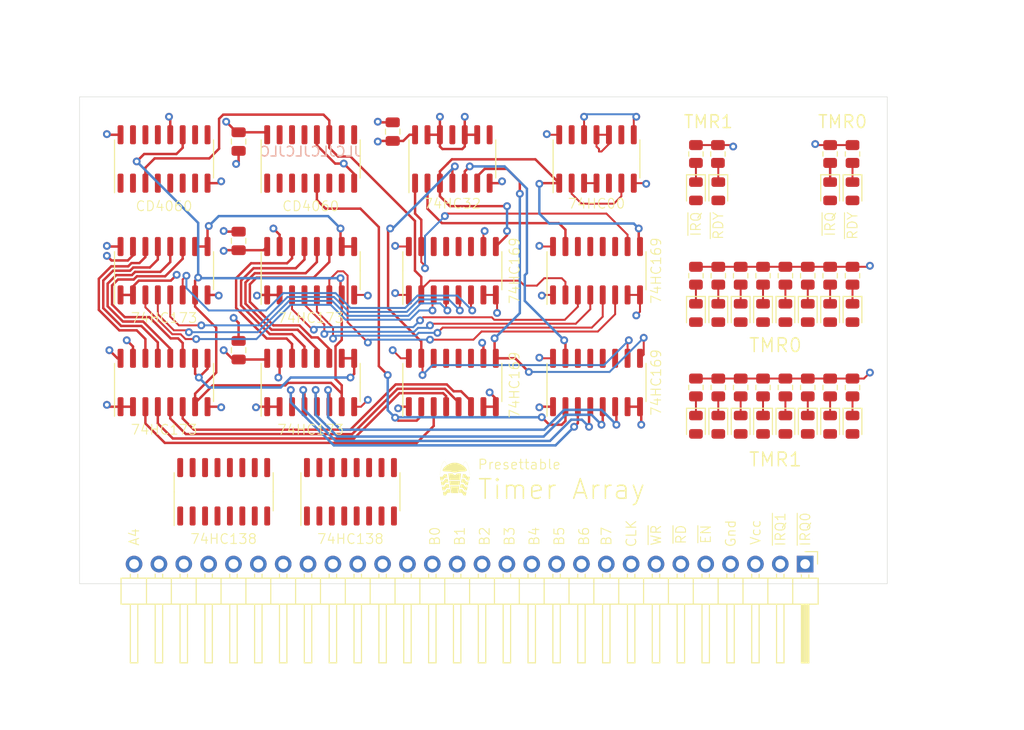
<source format=kicad_pcb>
(kicad_pcb (version 20211014) (generator pcbnew)
  (layers (0 "F.Cu" signal) (1 "In1.Cu" signal) (2 "In2.Cu" signal) (31 "B.Cu" signal) (34 "B.Paste" user) (35 "F.Paste" user) (36 "B.SilkS" user "B.Silkscreen") (37 "F.SilkS" user "F.Silkscreen") (38 "B.Mask" user) (39 "F.Mask" user) (44 "Edge.Cuts" user))
  (net 0 "")
  (net 1 "VCC")
  (net 2 "GND")
  (net 3 "CPU_CLOCK")
  (net 4 "Net-(U1-Pad1)")
  (net 5 "Net-(U1-Pad2)")
  (net 8 "BUS0")
  (net 9 "BUS1")
  (net 10 "BUS2")
  (net 11 "BUS3")
  (net 12 "BUS4")
  (net 13 "BUS5")
  (net 14 "BUS6")
  (net 15 "BUS7")
  (net 16 "~{SET_RELOAD_VALUE0}")
  (net 17 "~{SET_RELOAD_VALUE1}")
  (net 18 "~{TIMER_INT_REQ_0}")
  (net 19 "~{TIMER_INT_REQ_1}")
  (net 20 "Net-(U1-Pad4)")
  (net 21 "Net-(U1-Pad5)")
  (net 22 "~{SCLK8192}")
  (net 23 "/Reload Value Register/RELOAD0")
  (net 24 "/Reload Value Register/RELOAD1")
  (net 25 "/Reload Value Register/RELOAD2")
  (net 26 "/Reload Value Register/RELOAD3")
  (net 27 "~{SCLK131072}")
  (net 28 "/Reload Value Register1/RELOAD0")
  (net 29 "/Reload Value Register1/RELOAD1")
  (net 30 "/Reload Value Register1/RELOAD2")
  (net 31 "/Reload Value Register1/RELOAD3")
  (net 32 "/Reload Value Register/RELOAD4")
  (net 33 "/Reload Value Register/RELOAD5")
  (net 34 "/Reload Value Register/RELOAD6")
  (net 35 "/Reload Value Register/RELOAD7")
  (net 36 "/Reload Value Register1/RELOAD4")
  (net 37 "/Reload Value Register1/RELOAD5")
  (net 38 "/Reload Value Register1/RELOAD6")
  (net 39 "/Reload Value Register1/RELOAD7")
  (net 40 "Net-(D1-Pad1)")
  (net 41 "Net-(D2-Pad1)")
  (net 42 "~{CLR_TIMER_INT_REQ_0}")
  (net 43 "~{CLR_TIMER_INT_REQ_1}")
  (net 44 "Net-(U1-Pad3)")
  (net 45 "Net-(U1-Pad6)")
  (net 46 "~{PORT6_EN}")
  (net 47 "~{READ}")
  (net 48 "~{WRITE}")
  (net 64 "A4")
  (net 68 "Net-(D3-Pad1)")
  (net 69 "/T0_7")
  (net 70 "Net-(D4-Pad1)")
  (net 71 "/T1_7")
  (net 72 "Net-(D5-Pad1)")
  (net 73 "/T0_6")
  (net 74 "Net-(D6-Pad1)")
  (net 75 "/T1_6")
  (net 76 "Net-(D7-Pad1)")
  (net 77 "/T0_5")
  (net 78 "Net-(D8-Pad1)")
  (net 79 "/T1_5")
  (net 80 "Net-(D9-Pad1)")
  (net 81 "/T0_4")
  (net 82 "Net-(D10-Pad1)")
  (net 83 "/T1_4")
  (net 84 "Net-(D11-Pad1)")
  (net 85 "/T0_3")
  (net 86 "Net-(D12-Pad1)")
  (net 87 "/T1_3")
  (net 88 "Net-(D13-Pad1)")
  (net 89 "/T0_2")
  (net 90 "Net-(D14-Pad1)")
  (net 91 "/T1_2")
  (net 92 "Net-(D15-Pad1)")
  (net 93 "/T0_1")
  (net 94 "Net-(D16-Pad1)")
  (net 95 "/T1_1")
  (net 96 "Net-(D17-Pad1)")
  (net 97 "/T0_0")
  (net 98 "Net-(D18-Pad1)")
  (net 99 "/T1_0")
  (net 100 "Net-(D19-Pad1)")
  (net 101 "~{!TIMER_INT_REQ_0}")
  (net 102 "Net-(D20-Pad1)")
  (net 103 "~{!TIMER_INT_REQ_1}")
  (footprint "Resistor_SMD:R_0805_2012Metric" (layer "F.Cu") (at 165.862 109.22 90)
    (fp_text reference "R1" hide)
    (fp_text value "R_Small_US" hide)
  )
  (footprint "Resistor_SMD:R_0805_2012Metric" (layer "F.Cu") (at 179.578 96.774 90)
    (fp_text reference "R20" hide)
    (fp_text value "R_Small_US" hide)
  )
  (footprint "LED_SMD:LED_0805_2012Metric" (layer "F.Cu") (at 177.292 124.46 -90)
    (fp_text reference "D12" hide)
    (fp_text value "LED" hide)
  )
  (footprint "Resistor_SMD:R_0805_2012Metric" (layer "F.Cu") (at 181.864 109.22 90)
    (fp_text reference "R15" hide)
    (fp_text value "R_Small_US" hide)
  )
  (footprint "Package_SO:SOIC-16_3.9x9.9mm_P1.27mm" (layer "F.Cu") (at 140.97 120.142 90)
    (fp_text reference "U3" hide)
    (fp_text value "74LS169" hide)
  )
  (footprint "LED_SMD:LED_0805_2012Metric" (layer "F.Cu") (at 172.72 113.03 -90)
    (fp_text reference "D7" hide)
    (fp_text value "LED" hide)
  )
  (footprint "LED_SMD:LED_0805_2012Metric" (layer "F.Cu") (at 181.864 100.584 -90)
    (fp_text reference "D18" hide)
    (fp_text value "LED" hide)
  )
  (footprint "Package_SO:SOIC-16_3.9x9.9mm_P1.27mm" (layer "F.Cu") (at 117.602 131.318 90)
    (fp_text reference "U7" hide)
    (fp_text value "74LS138")
  )
  (footprint "Package_SO:SOIC-14_3.9x8.7mm_P1.27mm" (layer "F.Cu") (at 140.97 97.282 90)
    (fp_text reference "U1" hide)
    (fp_text value "74LS32" hide)
  )
  (footprint "LED_SMD:LED_0805_2012Metric" (layer "F.Cu") (at 181.864 124.46 -90)
    (fp_text reference "D16" hide)
    (fp_text value "LED" hide)
  )
  (footprint "LED_SMD:LED_0805_2012Metric" (layer "F.Cu") (at 165.862 100.584 -90)
    (fp_text reference "D19" hide)
    (fp_text value "LED" hide)
  )
  (footprint "LED_SMD:LED_0805_2012Metric" (layer "F.Cu") (at 175.006 124.46 -90)
    (fp_text reference "D10" hide)
    (fp_text value "LED" hide)
  )
  (footprint "LED_SMD:LED_0805_2012Metric" (layer "F.Cu") (at 179.578 100.584 -90)
    (fp_text reference "D20" hide)
    (fp_text value "LED" hide)
  )
  (footprint "Capacitor_SMD:C_0805_2012Metric" (layer "F.Cu") (at 134.874 94.488 90)
    (fp_text reference "C4" hide)
    (fp_text value "C" hide)
  )
  (footprint "Resistor_SMD:R_0805_2012Metric" (layer "F.Cu") (at 179.578 109.22 90)
    (fp_text reference "R13" hide)
    (fp_text value "R_Small_US" hide)
  )
  (footprint "LED_SMD:LED_0805_2012Metric" (layer "F.Cu") (at 170.434 124.46 -90)
    (fp_text reference "D6" hide)
    (fp_text value "LED" hide)
  )
  (footprint "Package_SO:SOIC-16_3.9x9.9mm_P1.27mm" (layer "F.Cu") (at 130.556 131.318 90)
    (fp_text reference "U8" hide)
    (fp_text value "74LS138")
  )
  (footprint "Package_SO:SOIC-16_3.9x9.9mm_P1.27mm" (layer "F.Cu") (at 155.702 120.142 90)
    (fp_text reference "U6" hide)
    (fp_text value "74LS169" hide)
  )
  (footprint "LED_SMD:LED_0805_2012Metric" (layer "F.Cu") (at 179.578 124.46 -90)
    (fp_text reference "D14" hide)
    (fp_text value "LED" hide)
  )
  (footprint "LED_SMD:LED_0805_2012Metric" (layer "F.Cu") (at 181.864 113.03 -90)
    (fp_text reference "D15" hide)
    (fp_text value "LED" hide)
  )
  (footprint "Resistor_SMD:R_0805_2012Metric" (layer "F.Cu") (at 168.148 120.65 90)
    (fp_text reference "R4" hide)
    (fp_text value "R_Small_US" hide)
  )
  (footprint "Resistor_SMD:R_0805_2012Metric" (layer "F.Cu") (at 165.862 96.774 90)
    (fp_text reference "R19" hide)
    (fp_text value "R_Small_US" hide)
  )
  (footprint "Resistor_SMD:R_0805_2012Metric" (layer "F.Cu") (at 179.578 120.65 90)
    (fp_text reference "R14" hide)
    (fp_text value "R_Small_US" hide)
  )
  (footprint "Connector_PinHeader_2.54mm:PinHeader_1x28_P2.54mm_Horizontal" (layer "F.Cu") (at 177.023 138.709 -90)
    (fp_text reference "J1" hide)
    (fp_text value "Conn_01x28")
  )
  (footprint "LED_SMD:LED_0805_2012Metric" (layer "F.Cu") (at 168.148 113.03 -90)
    (fp_text reference "D3" hide)
    (fp_text value "LED" hide)
  )
  (footprint "Package_SO:SOIC-16_3.9x9.9mm_P1.27mm" (layer "F.Cu") (at 140.97 108.712 90)
    (fp_text reference "U2" hide)
    (fp_text value "74LS169" hide)
  )
  (footprint "Resistor_SMD:R_0805_2012Metric" (layer "F.Cu") (at 177.292 109.22 90)
    (fp_text reference "R11" hide)
    (fp_text value "R_Small_US" hide)
  )
  (footprint "Package_SO:SOIC-16_3.9x9.9mm_P1.27mm" (layer "F.Cu") (at 111.506 120.142 90)
    (fp_text reference "U12" hide)
    (fp_text value "74LS173" hide)
  )
  (footprint "Resistor_SMD:R_0805_2012Metric" (layer "F.Cu") (at 170.434 109.22 90)
    (fp_text reference "R5" hide)
    (fp_text value "R_Small_US" hide)
  )
  (footprint "LED_SMD:LED_0805_2012Metric" (layer "F.Cu") (at 179.578 113.03 -90)
    (fp_text reference "D13" hide)
    (fp_text value "LED" hide)
  )
  (footprint "Capacitor_SMD:C_0805_2012Metric" (layer "F.Cu") (at 119.126 95.504 -90)
    (fp_text reference "C2" hide)
    (fp_text value "C" hide)
  )
  (footprint "Resistor_SMD:R_0805_2012Metric" (layer "F.Cu") (at 168.148 109.22 90)
    (fp_text reference "R3" hide)
    (fp_text value "R_Small_US" hide)
  )
  (footprint "Resistor_SMD:R_0805_2012Metric" (layer "F.Cu") (at 172.72 109.22 90)
    (fp_text reference "R7" hide)
    (fp_text value "R_Small_US" hide)
  )
  (footprint "LED_SMD:LED_0805_2012Metric" (layer "F.Cu") (at 165.862 113.03 -90)
    (fp_text reference "D1" hide)
    (fp_text value "LED" hide)
  )
  (footprint "LED_SMD:LED_0805_2012Metric" (layer "F.Cu") (at 165.862 124.46 -90)
    (fp_text reference "D2" hide)
    (fp_text value "LED" hide)
  )
  (footprint "Package_SO:SOIC-16_3.9x9.9mm_P1.27mm" (layer "F.Cu") (at 111.506 108.712 90)
    (fp_text reference "U10" hide)
    (fp_text value "74LS173" hide)
  )
  (footprint "Resistor_SMD:R_0805_2012Metric" (layer "F.Cu") (at 170.434 120.65 90)
    (fp_text reference "R6" hide)
    (fp_text value "R_Small_US" hide)
  )
  (footprint "Resistor_SMD:R_0805_2012Metric" (layer "F.Cu") (at 172.72 120.65 90)
    (fp_text reference "R8" hide)
    (fp_text value "R_Small_US" hide)
  )
  (footprint "Resistor_SMD:R_0805_2012Metric" (layer "F.Cu") (at 181.864 96.774 90)
    (fp_text reference "R18" hide)
    (fp_text value "R_Small_US" hide)
  )
  (footprint "Resistor_SMD:R_0805_2012Metric" (layer "F.Cu") (at 165.862 120.65 90)
    (fp_text reference "R2" hide)
    (fp_text value "R_Small_US" hide)
  )
  (footprint "Stephenv6:trilobyte-logo-tiny" (layer "F.Cu") (at 141.214 124.082558)
    (fp_text reference "REF**" hide)
    (fp_text value "trilobyte-logo-tiny" hide)
  )
  (footprint "Package_SO:SOIC-16_3.9x9.9mm_P1.27mm" (layer "F.Cu") (at 126.492 97.282 90)
    (fp_text reference "U14" hide)
    (fp_text value "CD4060" hide)
  )
  (footprint "Package_SO:SOIC-14_3.9x8.7mm_P1.27mm" (layer "F.Cu") (at 155.702 97.282 90)
    (fp_text reference "U4" hide)
    (fp_text value "74LS00" hide)
  )
  (footprint "Capacitor_SMD:C_0805_2012Metric" (layer "F.Cu") (at 119.126 116.84 90)
    (fp_text reference "C3" hide)
    (fp_text value "C" hide)
  )
  (footprint "LED_SMD:LED_0805_2012Metric" (layer "F.Cu") (at 168.148 100.584 -90)
    (fp_text reference "D17" hide)
    (fp_text value "LED" hide)
  )
  (footprint "LED_SMD:LED_0805_2012Metric" (layer "F.Cu") (at 175.006 113.03 -90)
    (fp_text reference "D9" hide)
    (fp_text value "LED" hide)
  )
  (footprint "Resistor_SMD:R_0805_2012Metric" (layer "F.Cu") (at 168.111 96.774 90)
    (fp_text reference "R17" hide)
    (fp_text value "R_Small_US" hide)
  )
  (footprint "LED_SMD:LED_0805_2012Metric" (layer "F.Cu") (at 170.434 113.03 -90)
    (fp_text reference "D5" hide)
    (fp_text value "LED" hide)
  )
  (footprint "Package_SO:SOIC-16_3.9x9.9mm_P1.27mm" (layer "F.Cu") (at 111.506 97.282 90)
    (fp_text reference "U9" hide)
    (fp_text value "CD4060" hide)
  )
  (footprint "LED_SMD:LED_0805_2012Metric" (layer "F.Cu") (at 172.72 124.46 -90)
    (fp_text reference "D8" hide)
    (fp_text value "LED" hide)
  )
  (footprint "Package_SO:SOIC-16_3.9x9.9mm_P1.27mm" (layer "F.Cu") (at 155.702 108.712 90)
    (fp_text reference "U5" hide)
    (fp_text value "74LS169" hide)
  )
  (footprint "Package_SO:SOIC-16_3.9x9.9mm_P1.27mm" (layer "F.Cu") (at 126.492 120.142 90)
    (fp_text reference "U13" hide)
    (fp_text value "74LS173" hide)
  )
  (footprint "LED_SMD:LED_0805_2012Metric" (layer "F.Cu") (at 168.148 124.46 -90)
    (fp_text reference "D4" hide)
    (fp_text value "LED" hide)
  )
  (footprint "Package_SO:SOIC-16_3.9x9.9mm_P1.27mm" (layer "F.Cu") (at 126.492 108.712 90)
    (fp_text reference "U11" hide)
    (fp_text value "74LS173" hide)
  )
  (footprint "Capacitor_SMD:C_0805_2012Metric" (layer "F.Cu") (at 119.126 105.664 90)
    (fp_text reference "C1" hide)
    (fp_text value "C" hide)
  )
  (footprint "Resistor_SMD:R_0805_2012Metric" (layer "F.Cu") (at 175.006 120.65 90)
    (fp_text reference "R10" hide)
    (fp_text value "R_Small_US" hide)
  )
  (footprint "Resistor_SMD:R_0805_2012Metric" (layer "F.Cu") (at 177.292 120.65 90)
    (fp_text reference "R12" hide)
    (fp_text value "R_Small_US" hide)
  )
  (footprint "Resistor_SMD:R_0805_2012Metric" (layer "F.Cu") (at 175.006 109.22 90)
    (fp_text reference "R9" hide)
    (fp_text value "R_Small_US" hide)
  )
  (footprint "Resistor_SMD:R_0805_2012Metric" (layer "F.Cu") (at 181.864 120.65 90)
    (fp_text reference "R16" hide)
    (fp_text value "R_Small_US" hide)
  )
  (footprint "LED_SMD:LED_0805_2012Metric" (layer "F.Cu") (at 177.292 113.03 -90)
    (fp_text reference "D11" hide)
    (fp_text value "LED" hide)
  )
  (gr_rect (start 185.42 90.932) (end 102.87 140.716) (layer "Edge.Cuts") (width 0.05) (fill none))
  (gr_text "JLCJLCJLCJLC" (at 126.492 96.52) (layer "B.SilkS") (effects (font (size 1 1)) (justify mirror)))
  (gr_text "Vcc" (at 171.958 134.112 90) (layer "F.SilkS") (effects (font (size 1 1) (thickness 0.1)) (justify right)))
  (gr_text "74HC173" (at 111.506 113.538) (layer "F.SilkS") (effects (font (size 1 1) (thickness 0.1))))
  (gr_text "B4" (at 149.352 136.906 90) (layer "F.SilkS") (effects (font (size 1 1) (thickness 0.1)) (justify left)))
  (gr_text "CD4060" (at 111.506 102.108) (layer "F.SilkS") (effects (font (size 1 1) (thickness 0.1))))
  (gr_text "Gnd" (at 169.418 134.112 90) (layer "F.SilkS") (effects (font (size 1 1) (thickness 0.1)) (justify right)))
  (gr_text "B0" (at 139.192 136.906 90) (layer "F.SilkS") (effects (font (size 1 1) (thickness 0.1)) (justify left)))
  (gr_text "TMR1" (at 167.132 93.472) (layer "F.SilkS") (effects (font (size 1.3 1.3))))
  (gr_text "TMR1" (at 173.99 128.016) (layer "F.SilkS") (effects (font (size 1.4 1.4))))
  (gr_text "~{RDY}" (at 181.864 102.616 90) (layer "F.SilkS") (effects (font (size 1 1) (thickness 0.1)) (justify right)))
  (gr_text "~{IRQ}" (at 165.862 102.616 90) (layer "F.SilkS") (effects (font (size 1 1) (thickness 0.1)) (justify right)))
  (gr_text "TMR0" (at 173.99 116.332) (layer "F.SilkS") (effects (font (size 1.4 1.4))))
  (gr_text "A4" (at 108.458 136.906 90) (layer "F.SilkS") (effects (font (size 1 1) (thickness 0.1)) (justify left)))
  (gr_text "74HC00" (at 155.702 101.854) (layer "F.SilkS") (effects (font (size 1 1) (thickness 0.1))))
  (gr_text "74HC32" (at 140.97 101.854) (layer "F.SilkS") (effects (font (size 1 1) (thickness 0.1))))
  (gr_text "B6" (at 154.432 136.906 90) (layer "F.SilkS") (effects (font (size 1 1) (thickness 0.1)) (justify left)))
  (gr_text "~{IRQ0}" (at 177.038 133.35 90) (layer "F.SilkS") (effects (font (size 1 1) (thickness 0.1)) (justify right)))
  (gr_text "~{IRQ1}" (at 174.498 133.35 90) (layer "F.SilkS") (effects (font (size 1 1) (thickness 0.1)) (justify right)))
  (gr_text "CD4060" (at 126.492 102.108) (layer "F.SilkS") (effects (font (size 1 1) (thickness 0.1))))
  (gr_text "74HC169" (at 147.32 120.396 90) (layer "F.SilkS") (effects (font (size 1 1) (thickness 0.1))))
  (gr_text "B1" (at 141.732 136.906 90) (layer "F.SilkS") (effects (font (size 1 1) (thickness 0.1)) (justify left)))
  (gr_text "B5" (at 151.892 136.906 90) (layer "F.SilkS") (effects (font (size 1 1) (thickness 0.1)) (justify left)))
  (gr_text "B3" (at 146.812 136.906 90) (layer "F.SilkS") (effects (font (size 1 1) (thickness 0.1)) (justify left)))
  (gr_text "~{EN}" (at 166.878 134.62 90) (layer "F.SilkS") (effects (font (size 1 1) (thickness 0.1)) (justify right)))
  (gr_text "~{IRQ}" (at 179.578 102.616 90) (layer "F.SilkS") (effects (font (size 1 1) (thickness 0.1)) (justify right)))
  (gr_text "TMR0" (at 180.848 93.472) (layer "F.SilkS") (effects (font (size 1.3 1.3))))
  (gr_text "B2" (at 144.272 136.906 90) (layer "F.SilkS") (effects (font (size 1 1) (thickness 0.1)) (justify left)))
  (gr_text "~{RD}" (at 164.338 134.62 90) (layer "F.SilkS") (effects (font (size 1 1) (thickness 0.1)) (justify right)))
  (gr_text "74HC169" (at 161.798 120.142 90) (layer "F.SilkS") (effects (font (size 1 1) (thickness 0.1))))
  (gr_text "B7" (at 156.718 136.906 90) (layer "F.SilkS") (effects (font (size 1 1) (thickness 0.1)) (justify left)))
  (gr_text "Timer Array" (at 152.136 131.064) (layer "F.SilkS") (effects (font (size 2 2))))
  (gr_text "~{RDY}" (at 168.148 102.616 90) (layer "F.SilkS") (effects (font (size 1 1) (thickness 0.1)) (justify right)))
  (gr_text "CLK" (at 159.258 134.112 90) (layer "F.SilkS") (effects (font (size 1 1) (thickness 0.1)) (justify right)))
  (gr_text "~{WR}" (at 161.798 134.62 90) (layer "F.SilkS") (effects (font (size 1 1) (thickness 0.1)) (justify right)))
  (gr_text "74HC173" (at 126.492 113.538) (layer "F.SilkS") (effects (font (size 1 1) (thickness 0.1))))
  (gr_text "74HC173" (at 111.506 124.968) (layer "F.SilkS") (effects (font (size 1 1) (thickness 0.1))))
  (gr_text "74HC169" (at 161.798 108.712 90) (layer "F.SilkS") (effects (font (size 1 1) (thickness 0.1))))
  (gr_text "Presettable" (at 143.51 128.524) (layer "F.SilkS") (effects (font (size 1 1) (thickness 0.1)) (justify left)))
  (gr_text "74HC173" (at 126.492 124.968) (layer "F.SilkS") (effects (font (size 1 1) (thickness 0.1))))
  (gr_text "74HC169" (at 147.32 108.712 90) (layer "F.SilkS") (effects (font (size 1 1) (thickness 0.1))))
  (segment (start 149.925 106.237) (end 149.86 106.172) (width 0.2) (layer "F.Cu") (net 1))
  (segment (start 135.701 117.667) (end 134.874 116.84) (width 0.2) (layer "F.Cu") (net 1))
  (segment (start 107.061 94.807) (end 105.729 94.807) (width 0.25) (layer "F.Cu") (net 1))
  (segment (start 117.668 106.614) (end 117.602 106.68) (width 0.25) (layer "F.Cu") (net 1))
  (segment (start 151.257 106.237) (end 149.925 106.237) (width 0.2) (layer "F.Cu") (net 1))
  (segment (start 118.552 117.79) (end 117.602 116.84) (width 0.25) (layer "F.Cu") (net 1))
  (segment (start 135.956 95.438) (end 136.587 94.807) (width 0.25) (layer "F.Cu") (net 1))
  (segment (start 150.687 94.807) (end 150.622 94.742) (width 0.2) (layer "F.Cu") (net 1))
  (segment (start 136.587 94.807) (end 137.16 94.807) (width 0.25) (layer "F.Cu") (net 1))
  (segment (start 134.874 95.438) (end 135.956 95.438) (width 0.25) (layer "F.Cu") (net 1))
  (segment (start 134.874 95.438) (end 133.416 95.438) (width 0.25) (layer "F.Cu") (net 1))
  (segment (start 119.126 94.554) (end 121.794 94.554) (width 0.25) (layer "F.Cu") (net 1))
  (segment (start 107.061 106.237) (end 105.729 106.237) (width 0.25) (layer "F.Cu") (net 1))
  (segment (start 149.925 117.667) (end 149.86 117.602) (width 0.2) (layer "F.Cu") (net 1))
  (segment (start 118.938 94.554) (end 117.856 93.472) (width 0.25) (layer "F.Cu") (net 1))
  (segment (start 105.729 106.237) (end 105.664 106.172) (width 0.25) (layer "F.Cu") (net 1))
  (segment (start 135.193 106.237) (end 135.128 106.172) (width 0.2) (layer "F.Cu") (net 1))
  (segment (start 121.794 94.554) (end 122.047 94.807) (width 0.25) (layer "F.Cu") (net 1))
  (segment (start 105.729 94.807) (end 105.664 94.742) (width 0.25) (layer "F.Cu") (net 1))
  (segment (start 107.061 117.667) (end 106.745 117.667) (width 0.25) (layer "F.Cu") (net 1))
  (segment (start 133.416 95.438) (end 133.35 95.504) (width 0.25) (layer "F.Cu") (net 1))
  (segment (start 136.525 117.667) (end 135.701 117.667) (width 0.2) (layer "F.Cu") (net 1))
  (segment (start 151.257 117.667) (end 149.925 117.667) (width 0.2) (layer "F.Cu") (net 1))
  (segment (start 106.745 117.667) (end 105.918 116.84) (width 0.25) (layer "F.Cu") (net 1))
  (segment (start 151.892 94.807) (end 150.687 94.807) (width 0.2) (layer "F.Cu") (net 1))
  (segment (start 119.126 117.79) (end 121.924 117.79) (width 0.25) (layer "F.Cu") (net 1))
  (segment (start 121.67 106.614) (end 122.047 106.237) (width 0.25) (layer "F.Cu") (net 1))
  (segment (start 119.126 106.614) (end 117.668 106.614) (width 0.25) (layer "F.Cu") (net 1))
  (segment (start 136.525 106.237) (end 135.193 106.237) (width 0.2) (layer "F.Cu") (net 1))
  (segment (start 119.126 106.614) (end 121.67 106.614) (width 0.25) (layer "F.Cu") (net 1))
  (via (at 149.86 117.602) (size 0.8) (drill 0.4) (layers "F.Cu" "B.Cu") (net 1))
  (via (at 105.918 116.84) (size 0.8) (drill 0.4) (layers "F.Cu" "B.Cu") (net 1))
  (via (at 117.602 116.84) (size 0.8) (drill 0.4) (layers "F.Cu" "B.Cu") (net 1))
  (via (at 133.35 95.504) (size 0.8) (drill 0.4) (layers "F.Cu" "B.Cu") (net 1))
  (via (at 105.664 106.172) (size 0.8) (drill 0.4) (layers "F.Cu" "B.Cu") (net 1))
  (via (at 117.602 106.68) (size 0.8) (drill 0.4) (layers "F.Cu" "B.Cu") (net 1))
  (via (at 134.874 116.84) (size 0.8) (drill 0.4) (layers "F.Cu" "B.Cu") (net 1))
  (via (at 117.856 93.472) (size 0.8) (drill 0.4) (layers "F.Cu" "B.Cu") (net 1))
  (via (at 135.128 106.172) (size 0.8) (drill 0.4) (layers "F.Cu" "B.Cu") (net 1))
  (via (at 149.86 106.172) (size 0.8) (drill 0.4) (layers "F.Cu" "B.Cu") (net 1))
  (via (at 105.664 94.742) (size 0.8) (drill 0.4) (layers "F.Cu" "B.Cu") (net 1))
  (via (at 150.622 94.742) (size 0.8) (drill 0.4) (layers "F.Cu" "B.Cu") (net 1))
  (segment (start 112.19799 109.728) (end 112.796615 109.129375) (width 0.25) (layer "F.Cu") (net 2))
  (segment (start 159.512 99.757) (end 160.717 99.757) (width 0.2) (layer "F.Cu") (net 2))
  (segment (start 130.937 122.617) (end 131.637 122.617) (width 0.2) (layer "F.Cu") (net 2))
  (segment (start 108.922542 109.728) (end 112.19799 109.728) (width 0.25) (layer "F.Cu") (net 2))
  (segment (start 108.331 107.141022) (end 107.810511 107.661511) (width 0.25) (layer "F.Cu") (net 2))
  (segment (start 144.145 117.667) (end 144.145 116.205) (width 0.25) (layer "F.Cu") (net 2))
  (segment (start 130.937 99.757) (end 130.937 98.815167) (width 0.25) (layer "F.Cu") (net 2))
  (segment (start 145.415 121.793) (end 144.78 121.158) (width 0.25) (layer "F.Cu") (net 2))
  (segment (start 145.861 99.757) (end 146.05 99.568) (width 0.25) (layer "F.Cu") (net 2))
  (segment (start 115.951 122.617) (end 117.283 122.617) (width 0.25) (layer "F.Cu") (net 2))
  (segment (start 160.147 111.187) (end 160.147 112.903) (width 0.2) (layer "F.Cu") (net 2))
  (segment (start 132.269 111.187) (end 132.334 111.252) (width 0.2) (layer "F.Cu") (net 2))
  (segment (start 128.9945 97.7525) (end 129.874333 97.7525) (width 0.25) (layer "F.Cu") (net 2))
  (segment (start 144.145 111.187) (end 145.415 111.187) (width 0.2) (layer "F.Cu") (net 2))
  (segment (start 108.331 116.459) (end 107.696 115.824) (width 0.25) (layer "F.Cu") (net 2))
  (segment (start 141.986 96.266) (end 142.24 96.012) (width 0.25) (layer "F.Cu") (net 2))
  (segment (start 134.874 93.538) (end 133.416 93.538) (width 0.25) (layer "F.Cu") (net 2))
  (segment (start 135.317 111.187) (end 135.128 110.998) (width 0.2) (layer "F.Cu") (net 2))
  (segment (start 144.145 122.617) (end 145.415 122.617) (width 0.25) (layer "F.Cu") (net 2))
  (segment (start 181.864 95.8615) (end 179.578 95.8615) (width 0.2) (layer "F.Cu") (net 2))
  (segment (start 142.24 94.807) (end 142.24 92.964) (width 0.25) (layer "F.Cu") (net 2))
  (segment (start 117.159 99.757) (end 117.348 99.568) (width 0.25) (layer "F.Cu") (net 2))
  (segment (start 119.126 97.536) (end 118.872 97.79) (width 0.25) (layer "F.Cu") (net 2))
  (segment (start 160.717 99.757) (end 160.782 99.822) (width 0.2) (layer "F.Cu") (net 2))
  (segment (start 123.317 117.667) (end 123.317 119.507) (width 0.25) (layer "F.Cu") (net 2))
  (segment (start 108.331 110.319542) (end 108.922542 109.728) (width 0.25) (layer "F.Cu") (net 2))
  (segment (start 123.317 119.507) (end 123.19 119.634) (width 0.25) (layer "F.Cu") (net 2))
  (segment (start 165.862 119.7375) (end 181.864 119.7375) (width 0.2) (layer "F.Cu") (net 2))
  (segment (start 139.954 96.266) (end 141.986 96.266) (width 0.25) (layer "F.Cu") (net 2))
  (segment (start 115.951 111.187) (end 117.029 111.187) (width 0.25) (layer "F.Cu") (net 2))
  (segment (start 112.141 93.091) (end 112.014 92.964) (width 0.25) (layer "F.Cu") (net 2))
  (segment (start 181.864 119.7375) (end 183.0305 119.7375) (width 0.2) (layer "F.Cu") (net 2))
  (segment (start 151.257 111.187) (end 150.179 111.187) (width 0.2) (layer "F.Cu") (net 2))
  (segment (start 139.7 94.807) (end 139.7 96.012) (width 0.25) (layer "F.Cu") (net 2))
  (segment (start 144.145 106.237) (end 144.145 104.775) (width 0.2) (layer "F.Cu") (net 2))
  (segment (start 144.145 116.205) (end 144.018 116.078) (width 0.25) (layer "F.Cu") (net 2))
  (segment (start 133.416 93.538) (end 133.35 93.472) (width 0.25) (layer "F.Cu") (net 2))
  (segment (start 122.047 111.187) (end 123.317 111.187) (width 0.25) (layer "F.Cu") (net 2))
  (segment (start 160.147 122.617) (end 158.877 122.617) (width 0.25) (layer "F.Cu") (net 2))
  (segment (start 160.147 111.187) (end 158.877 111.187) (width 0.2) (layer "F.Cu") (net 2))
  (segment (start 122.047 111.187) (end 121.068522 111.187) (width 0.25) (layer "F.Cu") (net 2))
  (segment (start 119.126 96.454) (end 119.126 97.536) (width 0.25) (layer "F.Cu") (net 2))
  (segment (start 108.331 106.237) (end 108.331 107.141022) (width 0.25) (layer "F.Cu") (net 2))
  (segment (start 119.126 115.89) (end 119.126 114.046) (width 0.25) (layer "F.Cu") (net 2))
  (segment (start 183.642 108.204) (end 183.5385 108.3075) (width 0.2) (layer "F.Cu") (net 2))
  (segment (start 117.283 122.617) (end 117.348 122.682) (width 0.25) (layer "F.Cu") (net 2))
  (segment (start 160.147 112.903) (end 159.766 113.284) (width 0.2) (layer "F.Cu") (net 2))
  (segment (start 139.7 94.807) (end 139.7 92.964) (width 0.25) (layer "F.Cu") (net 2))
  (segment (start 168.111 95.8615) (end 169.5215 95.8615) (width 0.2) (layer "F.Cu") (net 2))
  (segment (start 183.5385 108.3075) (end 165.862 108.3075) (width 0.2) (layer "F.Cu") (net 2))
  (segment (start 149.925 122.617) (end 149.86 122.682) (width 0.25) (layer "F.Cu") (net 2))
  (segment (start 131.637 122.617) (end 132.334 121.92) (width 0.2) (layer "F.Cu") (net 2))
  (segment (start 107.810511 107.661511) (end 106.137511 107.661511) (width 0.25) (layer "F.Cu") (net 2))
  (segment (start 115.951 99.757) (end 117.159 99.757) (width 0.25) (layer "F.Cu") (net 2))
  (segment (start 106.137511 107.661511) (end 105.664 107.188) (width 0.25) (layer "F.Cu") (net 2))
  (segment (start 127.127 94.807) (end 127.127 95.885) (width 0.25) (layer "F.Cu") (net 2))
  (segment (start 123.317 122.617) (end 120.969 122.617) (width 0.25) (layer "F.Cu") (net 2))
  (segment (start 160.274 122.744) (end 160.274 124.46) (width 0.25) (layer "F.Cu") (net 2))
  (segment (start 119.126 104.714) (end 117.668 104.714) (width 0.25) (layer "F.Cu") (net 2))
  (segment (start 105.853 122.617) (end 105.664 122.428) (width 0.25) (layer "F.Cu") (net 2))
  (segment (start 144.145 104.775) (end 144.272 104.648) (width 0.2) (layer "F.Cu") (net 2))
  (segment (start 151.257 122.617) (end 149.925 122.617) (width 0.25) (layer "F.Cu") (net 2))
  (segment (start 107.061 122.617) (end 108.331 122.617) (width 0.25) (layer "F.Cu") (net 2))
  (segment (start 107.061 122.617) (end 105.853 122.617) (width 0.25) (layer "F.Cu") (net 2))
  (segment (start 123.317 105.029) (end 122.682 104.394) (width 0.25) (layer "F.Cu") (net 2))
  (segment (start 130.937 98.815167) (end 129.874333 97.7525) (width 0.25) (layer "F.Cu") (net 2))
  (segment (start 117.668 104.714) (end 117.602 104.648) (width 0.25) (layer "F.Cu") (net 2))
  (segment (start 150.179 111.187) (end 150.114 111.252) (width 0.2) (layer "F.Cu") (net 2))
  (segment (start 136.525 122.617) (end 135.59838 122.617) (width 0.25) (layer "F.Cu") (net 2))
  (segment (start 179.578 95.8615) (end 178.1575 95.8615) (width 0.2) (layer "F.Cu") (net 2))
  (segment (start 120.969 122.617) (end 120.904 122.682) (width 0.25) (layer "F.Cu") (net 2))
  (segment (start 169.5215 95.8615) (end 169.672 96.012) (width 0.2) (layer "F.Cu") (net 2))
  (segment (start 127.127 95.885) (end 128.9945 97.7525) (width 0.25) (layer "F.Cu") (net 2))
  (segment (start 107.061 111.187) (end 108.331 111.187) (width 0.25) (layer "F.Cu") (net 2))
  (segment (start 112.141 94.807) (end 112.141 93.091) (width 0.25) (layer "F.Cu") (net 2))
  (segment (start 135.59838 122.617) (end 135.430978 122.784402) (width 0.25) (layer "F.Cu") (net 2))
  (segment (start 139.7 96.012) (end 139.954 96.266) (width 0.25) (layer "F.Cu") (net 2))
  (segment (start 123.317 106.237) (end 123.317 105.029) (width 0.25) (layer "F.Cu") (net 2))
  (segment (start 119.126 114.046) (end 118.618 113.538) (width 0.25) (layer "F.Cu") (net 2))
  (segment (start 168.111 95.8615) (end 165.862 95.8615) (width 0.2) (layer "F.Cu") (net 2))
  (segment (start 121.068522 111.187) (end 121.003522 111.252) (width 0.25) (layer "F.Cu") (net 2))
  (segment (start 142.24 94.807) (end 143.51 94.807) (width 0.25) (layer "F.Cu") (net 2))
  (segment (start 139.7 94.807) (end 138.43 94.807) (width 0.25) (layer "F.Cu") (net 2))
  (segment (start 183.0305 119.7375) (end 183.642 119.126) (width 0.2) (layer "F.Cu") (net 2))
  (segment (start 108.331 111.187) (end 108.331 110.319542) (width 0.25) (layer "F.Cu") (net 2))
  (segment (start 142.24 96.012) (end 142.24 94.807) (width 0.25) (layer "F.Cu") (net 2))
  (segment (start 130.937 111.187) (end 132.269 111.187) (width 0.2) (layer "F.Cu") (net 2))
  (segment (start 136.525 111.187) (end 135.317 111.187) (width 0.2) (layer "F.Cu") (net 2))
  (segment (start 145.542 111.314) (end 145.542 113.03) (width 0.2) (layer "F.Cu") (net 2))
  (segment (start 178.1575 95.8615) (end 178.054 95.758) (width 0.2) (layer "F.Cu") (net 2))
  (segment (start 144.78 99.757) (end 145.861 99.757) (width 0.25) (layer "F.Cu") (net 2))
  (segment (start 108.331 117.667) (end 108.331 116.459) (width 0.25) (layer "F.Cu") (net 2))
  (segment (start 117.029 111.187) (end 117.094 111.252) (width 0.25) (layer "F.Cu") (net 2))
  (via (at 139.7 92.964) (size 0.8) (drill 0.4) (layers "F.Cu" "B.Cu") (net 2))
  (via (at 122.682 104.394) (size 0.8) (drill 0.4) (layers "F.Cu" "B.Cu") (net 2))
  (via (at 144.78 121.158) (size 0.8) (drill 0.4) (layers "F.Cu" "B.Cu") (net 2))
  (via (at 118.872 97.79) (size 0.8) (drill 0.4) (layers "F.Cu" "B.Cu") (net 2))
  (via (at 142.24 92.964) (size 0.8) (drill 0.4) (layers "F.Cu" "B.Cu") (net 2))
  (via (at 150.114 111.252) (size 0.8) (drill 0.4) (layers "F.Cu" "B.Cu") (net 2))
  (via (at 123.19 119.634) (size 0.8) (drill 0.4) (layers "F.Cu" "B.Cu") (net 2))
  (via (at 117.094 111.252) (size 0.8) (drill 0.4) (layers "F.Cu" "B.Cu") (net 2))
  (via (at 132.334 121.92) (size 0.8) (drill 0.4) (layers "F.Cu" "B.Cu") (net 2))
  (via (at 118.618 113.538) (size 0.8) (drill 0.4) (layers "F.Cu" "B.Cu") (net 2))
  (via (at 149.86 122.682) (size 0.8) (drill 0.4) (layers "F.Cu" "B.Cu") (net 2))
  (via (at 117.348 122.682) (size 0.8) (drill 0.4) (layers "F.Cu" "B.Cu") (net 2))
  (via (at 160.782 99.822) (size 0.8) (drill 0.4) (layers "F.Cu" "B.Cu") (net 2))
  (via (at 135.128 110.998) (size 0.8) (drill 0.4) (layers "F.Cu" "B.Cu") (net 2))
  (via (at 117.602 104.648) (size 0.8) (drill 0.4) (layers "F.Cu" "B.Cu") (net 2))
  (via (at 129.874333 97.7525) (size 0.8) (drill 0.4) (layers "F.Cu" "B.Cu") (net 2))
  (via (at 178.054 95.758) (size 0.8) (drill 0.4) (layers "F.Cu" "B.Cu") (net 2))
  (via (at 105.664 122.428) (size 0.8) (drill 0.4) (layers "F.Cu" "B.Cu") (net 2))
  (via (at 120.904 122.682) (size 0.8) (drill 0.4) (layers "F.Cu" "B.Cu") (net 2))
  (via (at 121.003522 111.252) (size 0.8) (drill 0.4) (layers "F.Cu" "B.Cu") (net 2))
  (via (at 144.018 116.078) (size 0.8) (drill 0.4) (layers "F.Cu" "B.Cu") (net 2))
  (via (at 146.05 99.568) (size 0.8) (drill 0.4) (layers "F.Cu" "B.Cu") (net 2))
  (via (at 144.272 104.648) (size 0.8) (drill 0.4) (layers "F.Cu" "B.Cu") (net 2))
  (via (at 169.672 96.012) (size 0.8) (drill 0.4) (layers "F.Cu" "B.Cu") (net 2))
  (via (at 183.642 119.126) (size 0.8) (drill 0.4) (layers "F.Cu" "B.Cu") (net 2))
  (via (at 105.664 107.188) (size 0.8) (drill 0.4) (layers "F.Cu" "B.Cu") (net 2))
  (via (at 112.796615 109.129375) (size 0.8) (drill 0.4) (layers "F.Cu" "B.Cu") (net 2))
  (via (at 117.348 99.568) (size 0.8) (drill 0.4) (layers "F.Cu" "B.Cu") (net 2))
  (via (at 107.696 115.824) (size 0.8) (drill 0.4) (layers "F.Cu" "B.Cu") (net 2))
  (via (at 160.274 124.46) (size 0.8) (drill 0.4) (layers "F.Cu" "B.Cu") (net 2))
  (via (at 112.014 92.964) (size 0.8) (drill 0.4) (layers "F.Cu" "B.Cu") (net 2))
  (via (at 183.642 108.204) (size 0.8) (drill 0.4) (layers "F.Cu" "B.Cu") (net 2))
  (via (at 132.334 111.252) (size 0.8) (drill 0.4) (layers "F.Cu" "B.Cu") (net 2))
  (via (at 159.766 113.284) (size 0.8) (drill 0.4) (layers "F.Cu" "B.Cu") (net 2))
  (via (at 133.35 93.472) (size 0.8) (drill 0.4) (layers "F.Cu" "B.Cu") (net 2))
  (via (at 135.430978 122.784402) (size 0.8) (drill 0.4) (layers "F.Cu" "B.Cu") (net 2))
  (via (at 145.542 113.03) (size 0.8) (drill 0.4) (layers "F.Cu" "B.Cu") (net 2))
  (segment (start 116.488429 120.433499) (end 114.681 122.240928) (width 0.25) (layer "F.Cu") (net 3))
  (segment (start 129.54 109.474) (end 129.54 111.06) (width 0.25) (layer "F.Cu") (net 3))
  (segment (start 114.681 112.3864) (end 114.681 111.187) (width 0.25) (layer "F.Cu") (net 3))
  (segment (start 114.681 111.187) (end 114.681 109.725141) (width 0.25) (layer "F.Cu") (net 3))
  (segment (start 129.667 115.788611) (end 129.032 116.423611) (width 0.25) (layer "F.Cu") (net 3))
  (segment (start 112.776 96.774) (end 109.474 96.774) (width 0.25) (layer "F.Cu") (net 3))
  (segment (start 116.84 114.5454) (end 114.681 112.3864) (width 0.25) (layer "F.Cu") (net 3))
  (segment (start 129.667 121.2764) (end 128.570099 120.179499) (width 0.25) (layer "F.Cu") (net 3))
  (segment (start 116.84 119.126) (end 116.84 114.5454) (width 0.25) (layer "F.Cu") (net 3))
  (segment (start 129.032 119.792) (end 129.667 120.427) (width 0.25) (layer "F.Cu") (net 3))
  (segment (start 129.032 116.423611) (end 129.032 119.792) (width 0.25) (layer "F.Cu") (net 3))
  (segment (start 129.667 111.187) (end 129.667 115.788611) (width 0.25) (layer "F.Cu") (net 3))
  (segment (start 124.159901 120.179499) (end 123.905901 120.433499) (width 0.25) (layer "F.Cu") (net 3))
  (segment (start 129.667 120.427) (end 129.667 122.617) (width 0.25) (layer "F.Cu") (net 3))
  (segment (start 114.681 121.285) (end 116.84 119.126) (width 0.25) (layer "F.Cu") (net 3))
  (segment (start 113.411 94.807) (end 113.411 96.139) (width 0.25) (layer "F.Cu") (net 3))
  (segment (start 113.411 96.139) (end 112.776 96.774) (width 0.25) (layer "F.Cu") (net 3))
  (segment (start 109.474 96.774) (end 108.712 97.536) (width 0.25) (layer "F.Cu") (net 3))
  (segment (start 114.681 109.725141) (end 114.994211 109.41193) (width 0.25) (layer "F.Cu") (net 3))
  (segment (start 114.681 122.617) (end 114.681 121.285) (width 0.25) (layer "F.Cu") (net 3))
  (segment (start 128.570099 120.179499) (end 124.159901 120.179499) (width 0.25) (layer "F.Cu") (net 3))
  (segment (start 123.905901 120.433499) (end 116.488429 120.433499) (width 0.25) (layer "F.Cu") (net 3))
  (via (at 129.54 109.474) (size 0.8) (drill 0.4) (layers "F.Cu" "B.Cu") (net 3))
  (via (at 114.994211 109.41193) (size 0.8) (drill 0.4) (layers "F.Cu" "B.Cu") (net 3))
  (via (at 108.712 97.536) (size 0.8) (drill 0.4) (layers "F.Cu" "B.Cu") (net 3))
  (segment (start 108.712 97.536) (end 114.994211 103.818211) (width 0.25) (layer "B.Cu") (net 3))
  (segment (start 114.994211 103.818211) (end 114.994211 109.41193) (width 0.25) (layer "B.Cu") (net 3))
  (segment (start 129.54 109.474) (end 115.056281 109.474) (width 0.25) (layer "B.Cu") (net 3))
  (segment (start 115.056281 109.474) (end 114.994211 109.41193) (width 0.25) (layer "B.Cu") (net 3))
  (segment (start 140.462 102.87) (end 156.718 102.87) (width 0.2) (layer "F.Cu") (net 4))
  (segment (start 138.176 108.204) (end 137.795 107.823) (width 0.2) (layer "F.Cu") (net 4))
  (segment (start 140.462 102.87) (end 140.208 103.124) (width 0.2) (layer "F.Cu") (net 4))
  (segment (start 156.718 102.87) (end 158.877 105.029) (width 0.2) (layer "F.Cu") (net 4))
  (segment (start 137.795 103.505) (end 137.795 106.237) (width 0.25) (layer "F.Cu") (net 4))
  (segment (start 158.877 106.237) (end 158.877 105.029) (width 0.2) (layer "F.Cu") (net 4))
  (segment (start 137.795 107.823) (end 137.795 106.237) (width 0.2) (layer "F.Cu") (net 4))
  (segment (start 137.16 102.87) (end 137.795 103.505) (width 0.25) (layer "F.Cu") (net 4))
  (segment (start 138.176 108.458) (end 138.176 108.204) (width 0.2) (layer "F.Cu") (net 4))
  (segment (start 137.16 99.757) (end 137.16 102.87) (width 0.25) (layer "F.Cu") (net 4))
  (via (at 138.176 108.458) (size 0.8) (drill 0.4) (layers "F.Cu" "B.Cu") (net 4))
  (via (at 140.208 103.124) (size 0.8) (drill 0.4) (layers "F.Cu" "B.Cu") (net 4))
  (segment (start 140.208 103.124) (end 138.176 105.156) (width 0.2) (layer "B.Cu") (net 4))
  (segment (start 138.176 105.156) (end 138.176 108.458) (width 0.2) (layer "B.Cu") (net 4))
  (segment (start 152.527 104.521) (end 152.527 106.237) (width 0.25) (layer "F.Cu") (net 5))
  (segment (start 138.43 99.757) (end 138.43 102.3706) (width 0.25) (layer "F.Cu") (net 5))
  (segment (start 139.907901 103.848501) (end 151.854501 103.848501) (width 0.25) (layer "F.Cu") (net 5))
  (segment (start 138.43 102.3706) (end 139.907901 103.848501) (width 0.25) (layer "F.Cu") (net 5))
  (segment (start 151.854501 103.848501) (end 152.527 104.521) (width 0.25) (layer "F.Cu") (net 5))
  (segment (start 108.712 114.808) (end 109.601 115.697) (width 0.25) (layer "F.Cu") (net 8))
  (segment (start 106.934 114.808) (end 108.712 114.808) (width 0.25) (layer "F.Cu") (net 8))
  (segment (start 108.177768 107.929958) (end 107.846696 108.26103) (width 0.25) (layer "F.Cu") (net 8))
  (segment (start 109.601 115.697) (end 109.601 117.667) (width 0.25) (layer "F.Cu") (net 8))
  (segment (start 109.601 106.237) (end 109.601 107.315) (width 0.25) (layer "F.Cu") (net 8))
  (segment (start 104.843511 109.532489) (end 104.843511 112.717511) (width 0.25) (layer "F.Cu") (net 8))
  (segment (start 104.843511 112.717511) (end 106.934 114.808) (width 0.25) (layer "F.Cu") (net 8))
  (segment (start 109.601 107.315) (end 108.986042 107.929958) (width 0.25) (layer "F.Cu") (net 8))
  (segment (start 107.846696 108.26103) (end 106.11497 108.26103) (width 0.25) (layer "F.Cu") (net 8))
  (segment (start 108.986042 107.929958) (end 108.177768 107.929958) (width 0.25) (layer "F.Cu") (net 8))
  (segment (start 106.11497 108.26103) (end 104.843511 109.532489) (width 0.25) (layer "F.Cu") (net 8))
  (segment (start 107.120192 114.358488) (end 105.293022 112.531318) (width 0.25) (layer "F.Cu") (net 9))
  (segment (start 105.293022 109.718682) (end 106.301163 108.710541) (width 0.25) (layer "F.Cu") (net 9))
  (segment (start 110.871 117.667) (end 110.871 116.044758) (width 0.25) (layer "F.Cu") (net 9))
  (segment (start 106.301163 108.710541) (end 108.032889 108.710541) (width 0.25) (layer "F.Cu") (net 9))
  (segment (start 108.363961 108.379469) (end 110.060532 108.379468) (width 0.25) (layer "F.Cu") (net 9))
  (segment (start 109.184731 114.358489) (end 107.120192 114.358488) (width 0.25) (layer "F.Cu") (net 9))
  (segment (start 110.060532 108.379468) (end 110.871 107.569) (width 0.25) (layer "F.Cu") (net 9))
  (segment (start 110.871 116.044758) (end 109.184731 114.358489) (width 0.25) (layer "F.Cu") (net 9))
  (segment (start 108.032889 108.710541) (end 108.363961 108.379469) (width 0.25) (layer "F.Cu") (net 9))
  (segment (start 105.293022 112.531318) (end 105.293022 109.718682) (width 0.25) (layer "F.Cu") (net 9))
  (segment (start 110.871 107.569) (end 110.871 106.237) (width 0.25) (layer "F.Cu") (net 9))
  (segment (start 105.742533 110.032579) (end 105.742533 112.345125) (width 0.25) (layer "F.Cu") (net 10))
  (segment (start 109.370924 113.908978) (end 112.141 116.679054) (width 0.25) (layer "F.Cu") (net 10))
  (segment (start 108.219082 109.160052) (end 106.61506 109.160052) (width 0.25) (layer "F.Cu") (net 10))
  (segment (start 108.550154 108.82898) (end 108.219082 109.160052) (width 0.25) (layer "F.Cu") (net 10))
  (segment (start 112.141 116.679054) (end 112.141 117.667) (width 0.25) (layer "F.Cu") (net 10))
  (segment (start 111.13502 108.82898) (end 108.550154 108.82898) (width 0.25) (layer "F.Cu") (net 10))
  (segment (start 105.742533 112.345125) (end 107.306385 113.908977) (width 0.25) (layer "F.Cu") (net 10))
  (segment (start 107.306385 113.908977) (end 109.370924 113.908978) (width 0.25) (layer "F.Cu") (net 10))
  (segment (start 112.141 107.823) (end 111.13502 108.82898) (width 0.25) (layer "F.Cu") (net 10))
  (segment (start 106.61506 109.160052) (end 105.742533 110.032579) (width 0.25) (layer "F.Cu") (net 10))
  (segment (start 112.141 106.237) (end 112.141 107.823) (width 0.25) (layer "F.Cu") (net 10))
  (segment (start 111.6229 109.27849) (end 108.736348 109.27849) (width 0.25) (layer "F.Cu") (net 11))
  (segment (start 107.492578 113.459466) (end 110.008124 113.459466) (width 0.25) (layer "F.Cu") (net 11))
  (segment (start 113.411 107.49039) (end 111.6229 109.27849) (width 0.25) (layer "F.Cu") (net 11))
  (segment (start 113.411 106.237) (end 113.411 107.49039) (width 0.25) (layer "F.Cu") (net 11))
  (segment (start 110.008124 113.459466) (end 112.18068 115.632022) (width 0.25) (layer "F.Cu") (net 11))
  (segment (start 108.736348 109.27849) (end 108.405275 109.609563) (width 0.25) (layer "F.Cu") (net 11))
  (segment (start 106.801253 109.609563) (end 106.192043 110.218773) (width 0.25) (layer "F.Cu") (net 11))
  (segment (start 112.942678 115.632021) (end 113.411 116.100343) (width 0.25) (layer "F.Cu") (net 11))
  (segment (start 113.411 116.100343) (end 113.411 117.667) (width 0.25) (layer "F.Cu") (net 11))
  (segment (start 108.405275 109.609563) (end 106.801253 109.609563) (width 0.25) (layer "F.Cu") (net 11))
  (segment (start 106.192043 110.218773) (end 106.192043 112.158931) (width 0.25) (layer "F.Cu") (net 11))
  (segment (start 106.192043 112.158931) (end 107.492578 113.459466) (width 0.25) (layer "F.Cu") (net 11))
  (segment (start 112.18068 115.632022) (end 112.942678 115.632021) (width 0.25) (layer "F.Cu") (net 11))
  (segment (start 124.030533 115.648533) (end 121.998533 115.648533) (width 0.25) (layer "F.Cu") (net 12))
  (segment (start 118.872 109.474) (end 120.396 107.95) (width 0.25) (layer "F.Cu") (net 12))
  (segment (start 124.587 117.667) (end 124.587 116.205) (width 0.25) (layer "F.Cu") (net 12))
  (segment (start 120.396 107.95) (end 124.079 107.95) (width 0.25) (layer "F.Cu") (net 12))
  (segment (start 124.587 116.205) (end 124.030533 115.648533) (width 0.25) (layer "F.Cu") (net 12))
  (segment (start 124.587 107.442) (end 124.587 106.237) (width 0.25) (layer "F.Cu") (net 12))
  (segment (start 118.872 112.522) (end 118.872 109.474) (width 0.25) (layer "F.Cu") (net 12))
  (segment (start 121.998533 115.648533) (end 118.872 112.522) (width 0.25) (layer "F.Cu") (net 12))
  (segment (start 124.079 107.95) (end 124.587 107.442) (width 0.25) (layer "F.Cu") (net 12))
  (segment (start 125.857 106.237) (end 125.857 107.569) (width 0.25) (layer "F.Cu") (net 13))
  (segment (start 124.968 108.458) (end 120.65 108.458) (width 0.25) (layer "F.Cu") (net 13))
  (segment (start 122.309613 115.199021) (end 124.587013 115.199021) (width 0.25) (layer "F.Cu") (net 13))
  (segment (start 124.587013 115.199021) (end 125.857 116.469008) (width 0.25) (layer "F.Cu") (net 13))
  (segment (start 119.38 109.728) (end 119.38 112.269408) (width 0.25) (layer "F.Cu") (net 13))
  (segment (start 125.857 116.469008) (end 125.857 117.667) (width 0.25) (layer "F.Cu") (net 13))
  (segment (start 120.65 108.458) (end 119.38 109.728) (width 0.25) (layer "F.Cu") (net 13))
  (segment (start 119.38 112.269408) (end 122.309613 115.199021) (width 0.25) (layer "F.Cu") (net 13))
  (segment (start 125.857 107.569) (end 124.968 108.458) (width 0.25) (layer "F.Cu") (net 13))
  (segment (start 127.127 107.823) (end 127.127 106.237) (width 0.25) (layer "F.Cu") (net 14))
  (segment (start 122.497214 114.74951) (end 119.82951 112.081806) (width 0.25) (layer "F.Cu") (net 14))
  (segment (start 125.984 108.966) (end 127.127 107.823) (width 0.25) (layer "F.Cu") (net 14))
  (segment (start 127.127 117.667) (end 127.127 116.713) (width 0.25) (layer "F.Cu") (net 14))
  (segment (start 119.829513 109.914191) (end 120.777704 108.966) (width 0.25) (layer "F.Cu") (net 14))
  (segment (start 120.777704 108.966) (end 125.984 108.966) (width 0.25) (layer "F.Cu") (net 14))
  (segment (start 119.82951 112.081806) (end 119.829513 109.914191) (width 0.25) (layer "F.Cu") (net 14))
  (segment (start 127.127 116.713) (end 125.16351 114.74951) (width 0.25) (layer "F.Cu") (net 14))
  (segment (start 125.16351 114.74951) (end 122.497214 114.74951) (width 0.25) (layer "F.Cu") (net 14))
  (segment (start 122.683407 114.299999) (end 125.349704 114.3) (width 0.25) (layer "F.Cu") (net 15))
  (segment (start 127.216501 115.532501) (end 128.397 116.713) (width 0.25) (layer "F.Cu") (net 15))
  (segment (start 120.963897 109.415511) (end 120.279024 110.100384) (width 0.25) (layer "F.Cu") (net 15))
  (segment (start 128.397 107.823) (end 126.804489 109.415511) (width 0.25) (layer "F.Cu") (net 15))
  (segment (start 128.397 116.713) (end 128.397 117.667) (width 0.25) (layer "F.Cu") (net 15))
  (segment (start 125.349704 114.3) (end 126.582205 115.532501) (width 0.25) (layer "F.Cu") (net 15))
  (segment (start 126.804489 109.415511) (end 120.963897 109.415511) (width 0.25) (layer "F.Cu") (net 15))
  (segment (start 126.582205 115.532501) (end 127.216501 115.532501) (width 0.25) (layer "F.Cu") (net 15))
  (segment (start 120.279024 110.100384) (end 120.279021 111.895613) (width 0.25) (layer "F.Cu") (net 15))
  (segment (start 128.397 106.237) (end 128.397 107.823) (width 0.25) (layer "F.Cu") (net 15))
  (segment (start 120.279021 111.895613) (end 122.683407 114.299999) (width 0.25) (layer "F.Cu") (net 15))
  (segment (start 114.681 106.237) (end 115.951 106.237) (width 0.25) (layer "F.Cu") (net 16))
  (segment (start 129.54 104.394) (end 129.54 106.11) (width 0.25) (layer "F.Cu") (net 16))
  (segment (start 115.951 106.237) (end 115.951 104.267) (width 0.25) (layer "F.Cu") (net 16))
  (segment (start 129.667 106.237) (end 130.937 106.237) (width 0.25) (layer "F.Cu") (net 16))
  (segment (start 115.951 104.267) (end 116.078 104.14) (width 0.25) (layer "F.Cu") (net 16))
  (via (at 116.078 104.14) (size 0.8) (drill 0.4) (layers "F.Cu" "B.Cu") (net 16))
  (via (at 129.54 104.394) (size 0.8) (drill 0.4) (layers "F.Cu" "B.Cu") (net 16))
  (segment (start 117.094 103.124) (end 128.27 103.124) (width 0.25) (layer "B.Cu") (net 16))
  (segment (start 128.27 103.124) (end 129.54 104.394) (width 0.25) (layer "B.Cu") (net 16))
  (segment (start 116.078 104.14) (end 117.094 103.124) (width 0.25) (layer "B.Cu") (net 16))
  (segment (start 114.681 119.253) (end 114.681 117.667) (width 0.25) (layer "F.Cu") (net 17))
  (segment (start 115.062 119.634) (end 114.681 119.253) (width 0.25) (layer "F.Cu") (net 17))
  (segment (start 115.951 117.667) (end 115.951 118.745) (width 0.25) (layer "F.Cu") (net 17))
  (segment (start 129.667 117.667) (end 130.937 117.667) (width 0.25) (layer "F.Cu") (net 17))
  (segment (start 115.951 118.745) (end 115.062 119.634) (width 0.25) (layer "F.Cu") (net 17))
  (segment (start 130.937 119.253) (end 130.556 119.634) (width 0.25) (layer "F.Cu") (net 17))
  (segment (start 130.937 117.667) (end 130.937 119.253) (width 0.25) (layer "F.Cu") (net 17))
  (via (at 130.556 119.634) (size 0.8) (drill 0.4) (layers "F.Cu" "B.Cu") (net 17))
  (via (at 115.062 119.634) (size 0.8) (drill 0.4) (layers "F.Cu" "B.Cu") (net 17))
  (segment (start 130.556 119.634) (end 124.4514 119.634) (width 0.25) (layer "B.Cu") (net 17))
  (segment (start 124.4514 119.634) (end 123.4354 120.65) (width 0.25) (layer "B.Cu") (net 17))
  (segment (start 116.078 120.65) (end 115.062 119.634) (width 0.25) (layer "B.Cu") (net 17))
  (segment (start 123.4354 120.65) (end 116.078 120.65) (width 0.25) (layer "B.Cu") (net 17))
  (segment (start 158.242 101.092) (end 157.48 101.854) (width 0.2) (layer "F.Cu") (net 18))
  (segment (start 157.48 101.854) (end 154.178 101.854) (width 0.2) (layer "F.Cu") (net 18))
  (segment (start 153.162 100.838) (end 153.162 99.757) (width 0.2) (layer "F.Cu") (net 18))
  (segment (start 158.242 99.757) (end 158.242 101.092) (width 0.2) (layer "F.Cu") (net 18))
  (segment (start 154.178 101.854) (end 153.162 100.838) (width 0.2) (layer "F.Cu") (net 18))
  (segment (start 156.972 94.807) (end 156.972 95.758) (width 0.2) (layer "F.Cu") (net 19))
  (segment (start 155.956 96.52) (end 155.956 96.266) (width 0.2) (layer "F.Cu") (net 19))
  (segment (start 156.21 96.52) (end 155.956 96.52) (width 0.2) (layer "F.Cu") (net 19))
  (segment (start 155.702 94.807) (end 156.972 94.807) (width 0.2) (layer "F.Cu") (net 19))
  (segment (start 155.702 96.012) (end 155.702 94.807) (width 0.2) (layer "F.Cu") (net 19))
  (segment (start 155.956 96.266) (end 155.702 96.012) (width 0.2) (layer "F.Cu") (net 19))
  (segment (start 156.972 95.758) (end 156.21 96.52) (width 0.2) (layer "F.Cu") (net 19))
  (segment (start 140.97 99.757) (end 140.97 98.298) (width 0.25) (layer "F.Cu") (net 20))
  (segment (start 134.403499 104.610501) (end 134.403499 112.559499) (width 0.25) (layer "F.Cu") (net 20))
  (segment (start 137.795 115.951) (end 137.795 117.667) (width 0.25) (layer "F.Cu") (net 20))
  (segment (start 134.403499 112.559499) (end 137.795 115.951) (width 0.25) (layer "F.Cu") (net 20))
  (segment (start 158.877 117.667) (end 158.877 115.951) (width 0.2) (layer "F.Cu") (net 20))
  (segment (start 137.922 119.38) (end 137.922 117.794) (width 0.2) (layer "F.Cu") (net 20))
  (segment (start 134.62 104.394) (end 134.403499 104.610501) (width 0.25) (layer "F.Cu") (net 20))
  (segment (start 158.877 115.951) (end 159.004 115.824) (width 0.2) (layer "F.Cu") (net 20))
  (segment (start 140.97 98.298) (end 141.224 98.044) (width 0.25) (layer "F.Cu") (net 20))
  (via (at 159.004 115.824) (size 0.8) (drill 0.4) (layers "F.Cu" "B.Cu") (net 20))
  (via (at 141.224 98.044) (size 0.8) (drill 0.4) (layers "F.Cu" "B.Cu") (net 20))
  (via (at 134.62 104.394) (size 0.8) (drill 0.4) (layers "F.Cu" "B.Cu") (net 20))
  (via (at 137.922 119.38) (size 0.8) (drill 0.4) (layers "F.Cu" "B.Cu") (net 20))
  (segment (start 134.874 104.394) (end 134.62 104.394) (width 0.25) (layer "B.Cu") (net 20))
  (segment (start 141.224 98.044) (end 134.874 104.394) (width 0.25) (layer "B.Cu") (net 20))
  (segment (start 138.938 118.364) (end 156.464 118.364) (width 0.2) (layer "B.Cu") (net 20))
  (segment (start 138.938 118.364) (end 137.922 119.38) (width 0.2) (layer "B.Cu") (net 20))
  (segment (start 159.004 115.824) (end 156.464 118.364) (width 0.2) (layer "B.Cu") (net 20))
  (segment (start 152.527 117.667) (end 152.527 115.951) (width 0.25) (layer "F.Cu") (net 21))
  (segment (start 142.24 99.757) (end 142.24 98.552) (width 0.25) (layer "F.Cu") (net 21))
  (segment (start 152.527 115.951) (end 152.4 115.824) (width 0.25) (layer "F.Cu") (net 21))
  (segment (start 142.24 98.552) (end 142.748 98.044) (width 0.25) (layer "F.Cu") (net 21))
  (via (at 142.748 98.044) (size 0.8) (drill 0.4) (layers "F.Cu" "B.Cu") (net 21))
  (via (at 152.4 115.824) (size 0.8) (drill 0.4) (layers "F.Cu" "B.Cu") (net 21))
  (segment (start 148.59 100.3214) (end 148.59 108.957398) (width 0.25) (layer "B.Cu") (net 21))
  (segment (start 148.59 108.957398) (end 148.373497 109.173901) (width 0.25) (layer "B.Cu") (net 21))
  (segment (start 148.373497 111.797497) (end 152.4 115.824) (width 0.25) (layer "B.Cu") (net 21))
  (segment (start 148.373497 109.173901) (end 148.373497 111.797497) (width 0.25) (layer "B.Cu") (net 21))
  (segment (start 142.748 98.044) (end 146.3126 98.044) (width 0.25) (layer "B.Cu") (net 21))
  (segment (start 146.3126 98.044) (end 148.59 100.3214) (width 0.25) (layer "B.Cu") (net 21))
  (segment (start 152.527 109.855) (end 152.146 109.474) (width 0.2) (layer "F.Cu") (net 22))
  (segment (start 128.397 96.139) (end 129.286 97.028) (width 0.25) (layer "F.Cu") (net 22))
  (segment (start 149.606 110.236) (end 148.336 110.236) (width 0.2) (layer "F.Cu") (net 22))
  (segment (start 152.146 109.474) (end 150.368 109.474) (width 0.2) (layer "F.Cu") (net 22))
  (segment (start 116.136489 97.223511) (end 117.131499 96.228501) (width 0.25) (layer "F.Cu") (net 22))
  (segment (start 137.14952 108.71012) (end 137.795 109.3556) (width 0.25) (layer "F.Cu") (net 22))
  (segment (start 148.336 110.236) (end 147.828 109.728) (width 0.2) (layer "F.Cu") (net 22))
  (segment (start 127.799499 92.747499) (end 128.397 93.345) (width 0.25) (layer "F.Cu") (net 22))
  (segment (start 128.397 93.345) (end 128.397 94.807) (width 0.25) (layer "F.Cu") (net 22))
  (segment (start 109.601 99.757) (end 109.601 98.171) (width 0.25) (layer "F.Cu") (net 22))
  (segment (start 137.14952 103.62152) (end 137.14952 108.71012) (width 0.25) (layer "F.Cu") (net 22))
  (segment (start 130.556 97.028) (end 137.14952 103.62152) (width 0.25) (layer "F.Cu") (net 22))
  (segment (start 117.131499 96.228501) (end 117.131499 93.171901) (width 0.25) (layer "F.Cu") (net 22))
  (segment (start 117.555901 92.747499) (end 127.799499 92.747499) (width 0.25) (layer "F.Cu") (net 22))
  (segment (start 138.684 109.728) (end 137.795 110.617) (width 0.2) (layer "F.Cu") (net 22))
  (segment (start 117.131499 93.171901) (end 117.555901 92.747499) (width 0.25) (layer "F.Cu") (net 22))
  (segment (start 109.601 98.171) (end 110.548489 97.223511) (width 0.25) (layer "F.Cu") (net 22))
  (segment (start 137.795 109.3556) (end 137.795 111.187) (width 0.25) (layer "F.Cu") (net 22))
  (segment (start 128.397 94.807) (end 128.397 96.139) (width 0.25) (layer "F.Cu") (net 22))
  (segment (start 147.828 109.728) (end 138.684 109.728) (width 0.2) (layer "F.Cu") (net 22))
  (segment (start 150.368 109.474) (end 149.606 110.236) (width 0.2) (layer "F.Cu") (net 22))
  (segment (start 110.548489 97.223511) (end 116.136489 97.223511) (width 0.25) (layer "F.Cu") (net 22))
  (segment (start 152.527 111.187) (end 152.527 109.855) (width 0.2) (layer "F.Cu") (net 22))
  (segment (start 129.286 97.028) (end 130.556 97.028) (width 0.25) (layer "F.Cu") (net 22))
  (segment (start 113.202266 115.207511) (end 113.693755 115.699) (width 0.2) (layer "F.Cu") (net 23))
  (segment (start 112.356518 115.207511) (end 113.202266 115.207511) (width 0.2) (layer "F.Cu") (net 23))
  (segment (start 109.601 111.187) (end 109.601 112.451994) (width 0.2) (layer "F.Cu") (net 23))
  (segment (start 138.938 112.776) (end 138.938 111.314) (width 0.2) (layer "F.Cu") (net 23))
  (segment (start 113.693755 115.699) (end 114.790929 115.699) (width 0.2) (layer "F.Cu") (net 23))
  (segment (start 109.601 112.451994) (end 112.356518 115.207511) (width 0.2) (layer "F.Cu") (net 23))
  (via (at 138.938 112.776) (size 0.8) (drill 0.4) (layers "F.Cu" "B.Cu") (net 23))
  (via (at 114.790929 115.699) (size 0.8) (drill 0.4) (layers "F.Cu" "B.Cu") (net 23))
  (segment (start 137.584981 112.776) (end 136.64045 113.720531) (width 0.2) (layer "B.Cu") (net 23))
  (segment (start 124.448446 112.196533) (end 120.945979 115.699) (width 0.2) (layer "B.Cu") (net 23))
  (segment (start 138.938 112.776) (end 137.584981 112.776) (width 0.2) (layer "B.Cu") (net 23))
  (segment (start 120.945979 115.699) (end 114.790929 115.699) (width 0.2) (layer "B.Cu") (net 23))
  (segment (start 128.535552 112.196533) (end 124.448446 112.196533) (width 0.2) (layer "B.Cu") (net 23))
  (segment (start 136.64045 113.720531) (end 130.059552 113.720532) (width 0.2) (layer "B.Cu") (net 23))
  (segment (start 130.059552 113.720532) (end 128.535552 112.196533) (width 0.2) (layer "B.Cu") (net 23))
  (segment (start 140.335 112.649) (end 140.462 112.776) (width 0.2) (layer "F.Cu") (net 24))
  (segment (start 112.522 114.808) (end 113.8545 114.808) (width 0.2) (layer "F.Cu") (net 24))
  (segment (start 140.335 111.187) (end 140.335 112.649) (width 0.2) (layer "F.Cu") (net 24))
  (segment (start 113.8545 114.808) (end 114.046 114.9995) (width 0.2) (layer "F.Cu") (net 24))
  (segment (start 110.871 113.157) (end 112.522 114.808) (width 0.2) (layer "F.Cu") (net 24))
  (segment (start 110.871 111.187) (end 110.871 113.157) (width 0.2) (layer "F.Cu") (net 24))
  (via (at 140.462 112.776) (size 0.8) (drill 0.4) (layers "F.Cu" "B.Cu") (net 24))
  (via (at 114.046 114.9995) (size 0.8) (drill 0.4) (layers "F.Cu" "B.Cu") (net 24))
  (segment (start 124.282965 111.797022) (end 121.080487 114.9995) (width 0.2) (layer "B.Cu") (net 24))
  (segment (start 130.225034 113.321021) (end 128.701035 111.797022) (width 0.2) (layer "B.Cu") (net 24))
  (segment (start 139.737022 112.051022) (end 137.744966 112.051022) (width 0.2) (layer "B.Cu") (net 24))
  (segment (start 128.701035 111.797022) (end 124.282965 111.797022) (width 0.2) (layer "B.Cu") (net 24))
  (segment (start 137.744966 112.051022) (end 136.474966 113.321021) (width 0.2) (layer "B.Cu") (net 24))
  (segment (start 140.462 112.776) (end 139.737022 112.051022) (width 0.2) (layer "B.Cu") (net 24))
  (segment (start 121.080487 114.9995) (end 114.046 114.9995) (width 0.2) (layer "B.Cu") (net 24))
  (segment (start 136.474966 113.321021) (end 130.225034 113.321021) (width 0.2) (layer "B.Cu") (net 24))
  (segment (start 112.141 113.411) (end 113.03 114.3) (width 0.2) (layer "F.Cu") (net 25))
  (segment (start 141.732 112.776) (end 141.732 111.314) (width 0.2) (layer "F.Cu") (net 25))
  (segment (start 113.03 114.3) (end 115.316 114.3) (width 0.2) (layer "F.Cu") (net 25))
  (segment (start 112.141 111.187) (end 112.141 113.411) (width 0.2) (layer "F.Cu") (net 25))
  (via (at 141.732 112.776) (size 0.8) (drill 0.4) (layers "F.Cu" "B.Cu") (net 25))
  (via (at 115.316 114.3) (size 0.8) (drill 0.4) (layers "F.Cu" "B.Cu") (net 25))
  (segment (start 128.866517 111.397511) (end 124.117482 111.397511) (width 0.2) (layer "B.Cu") (net 25))
  (segment (start 141.732 112.776) (end 140.607511 111.651511) (width 0.2) (layer "B.Cu") (net 25))
  (segment (start 130.390518 112.921511) (end 128.866517 111.397511) (width 0.2) (layer "B.Cu") (net 25))
  (segment (start 137.579483 111.651511) (end 136.309484 112.92151) (width 0.2) (layer "B.Cu") (net 25))
  (segment (start 136.309484 112.92151) (end 130.390518 112.921511) (width 0.2) (layer "B.Cu") (net 25))
  (segment (start 124.117482 111.397511) (end 121.214993 114.3) (width 0.2) (layer "B.Cu") (net 25))
  (segment (start 140.607511 111.651511) (end 137.579483 111.651511) (width 0.2) (layer "B.Cu") (net 25))
  (segment (start 121.214993 114.3) (end 115.316 114.3) (width 0.2) (layer "B.Cu") (net 25))
  (segment (start 142.875 111.187) (end 142.875 112.649) (width 0.2) (layer "F.Cu") (net 26))
  (segment (start 142.875 112.649) (end 143.002 112.776) (width 0.2) (layer "F.Cu") (net 26))
  (segment (start 113.411 109.601) (end 113.792 109.22) (width 0.2) (layer "F.Cu") (net 26))
  (segment (start 113.411 111.187) (end 113.411 109.601) (width 0.2) (layer "F.Cu") (net 26))
  (via (at 113.792 109.22) (size 0.8) (drill 0.4) (layers "F.Cu" "B.Cu") (net 26))
  (via (at 143.002 112.776) (size 0.8) (drill 0.4) (layers "F.Cu" "B.Cu") (net 26))
  (segment (start 123.698 110.998) (end 121.92 112.776) (width 0.2) (layer "B.Cu") (net 26))
  (segment (start 137.414 111.252) (end 136.144 112.522) (width 0.2) (layer "B.Cu") (net 26))
  (segment (start 143.002 112.776) (end 141.478 111.252) (width 0.2) (layer "B.Cu") (net 26))
  (segment (start 141.478 111.252) (end 137.414 111.252) (width 0.2) (layer "B.Cu") (net 26))
  (segment (start 136.144 112.522) (end 130.556 112.522) (width 0.2) (layer "B.Cu") (net 26))
  (segment (start 130.556 112.522) (end 129.032 110.998) (width 0.2) (layer "B.Cu") (net 26))
  (segment (start 113.792 110.49) (end 113.792 109.22) (width 0.2) (layer "B.Cu") (net 26))
  (segment (start 129.032 110.998) (end 123.698 110.998) (width 0.2) (layer "B.Cu") (net 26))
  (segment (start 116.078 112.776) (end 113.792 110.49) (width 0.2) (layer "B.Cu") (net 26))
  (segment (start 121.92 112.776) (end 116.078 112.776) (width 0.2) (layer "B.Cu") (net 26))
  (segment (start 135.429712 124.041511) (end 135.123701 123.7355) (width 0.25) (layer "F.Cu") (net 27))
  (segment (start 133.458022 118.472022) (end 134.366 119.38) (width 0.25) (layer "F.Cu") (net 27))
  (segment (start 128.016 102.362) (end 131.572 102.362) (width 0.25) (layer "F.Cu") (net 27))
  (segment (start 137.795 123.571) (end 137.324489 124.041511) (width 0.25) (layer "F.Cu") (net 27))
  (segment (start 133.458022 104.248022) (end 133.458022 118.472022) (width 0.25) (layer "F.Cu") (net 27))
  (segment (start 127.127 99.757) (end 127.127 101.473) (width 0.25) (layer "F.Cu") (net 27))
  (segment (start 152.146 124.46) (end 150.876 124.46) (width 0.25) (layer "F.Cu") (net 27))
  (segment (start 127.127 101.473) (end 128.016 102.362) (width 0.25) (layer "F.Cu") (net 27))
  (segment (start 152.527 122.617) (end 152.527 124.079) (width 0.25) (layer "F.Cu") (net 27))
  (segment (start 152.527 124.079) (end 152.146 124.46) (width 0.25) (layer "F.Cu") (net 27))
  (segment (start 137.324489 124.041511) (end 135.429712 124.041511) (width 0.25) (layer "F.Cu") (net 27))
  (segment (start 137.795 122.617) (end 137.795 123.571) (width 0.25) (layer "F.Cu") (net 27))
  (segment (start 150.876 124.46) (end 150.109701 123.693701) (width 0.25) (layer "F.Cu") (net 27))
  (segment (start 131.572 102.362) (end 133.458022 104.248022) (width 0.25) (layer "F.Cu") (net 27))
  (via (at 135.123701 123.7355) (size 0.8) (drill 0.4) (layers "F.Cu" "B.Cu") (net 27))
  (via (at 134.366 119.38) (size 0.8) (drill 0.4) (layers "F.Cu" "B.Cu") (net 27))
  (via (at 150.109701 123.693701) (size 0.8) (drill 0.4) (layers "F.Cu" "B.Cu") (net 27))
  (segment (start 150.105402 123.698) (end 150.109701 123.693701) (width 0.25) (layer "B.Cu") (net 27))
  (segment (start 135.161201 123.698) (end 150.105402 123.698) (width 0.25) (layer "B.Cu") (net 27))
  (segment (start 135.123701 123.7355) (end 135.161201 123.698) (width 0.25) (layer "B.Cu") (net 27))
  (segment (start 134.366 122.977799) (end 135.123701 123.7355) (width 0.25) (layer "B.Cu") (net 27))
  (segment (start 134.366 119.38) (end 134.366 122.977799) (width 0.25) (layer "B.Cu") (net 27))
  (segment (start 137.335469 126.316531) (end 139.065 124.587) (width 0.25) (layer "F.Cu") (net 28))
  (segment (start 109.601 124.333) (end 111.584531 126.316531) (width 0.25) (layer "F.Cu") (net 28))
  (segment (start 109.601 122.617) (end 109.601 124.333) (width 0.25) (layer "F.Cu") (net 28))
  (segment (start 139.065 124.587) (end 139.065 122.617) (width 0.25) (layer "F.Cu") (net 28))
  (segment (start 111.584531 126.316531) (end 137.335469 126.316531) (width 0.25) (layer "F.Cu") (net 28))
  (segment (start 110.871 124.333) (end 112.405023 125.867023) (width 0.25) (layer "F.Cu") (net 29))
  (segment (start 130.922677 125.867023) (end 135.553168 121.236532) (width 0.25) (layer "F.Cu") (net 29))
  (segment (start 140.029716 121.236532) (end 140.335 121.541816) (width 0.25) (layer "F.Cu") (net 29))
  (segment (start 140.335 121.541816) (end 140.335 122.617) (width 0.25) (layer "F.Cu") (net 29))
  (segment (start 112.405023 125.867023) (end 130.922677 125.867023) (width 0.25) (layer "F.Cu") (net 29))
  (segment (start 110.871 122.617) (end 110.871 124.333) (width 0.25) (layer "F.Cu") (net 29))
  (segment (start 135.553168 121.236532) (end 140.029716 121.236532) (width 0.25) (layer "F.Cu") (net 29))
  (segment (start 141.605 122.176112) (end 140.21591 120.787022) (width 0.25) (layer "F.Cu") (net 30))
  (segment (start 140.21591 120.787022) (end 135.366974 120.787022) (width 0.25) (layer "F.Cu") (net 30))
  (segment (start 113.733511 125.417511) (end 112.141 123.825) (width 0.25) (layer "F.Cu") (net 30))
  (segment (start 130.736485 125.417511) (end 113.733511 125.417511) (width 0.25) (layer "F.Cu") (net 30))
  (segment (start 135.366974 120.787022) (end 130.736485 125.417511) (width 0.25) (layer "F.Cu") (net 30))
  (segment (start 112.141 123.825) (end 112.141 122.617) (width 0.25) (layer "F.Cu") (net 30))
  (segment (start 135.180781 120.337511) (end 140.402103 120.337511) (width 0.25) (layer "F.Cu") (net 31))
  (segment (start 114.554 124.968) (end 130.550292 124.968) (width 0.25) (layer "F.Cu") (net 31))
  (segment (start 140.402103 120.337511) (end 141.105614 121.041022) (width 0.25) (layer "F.Cu") (net 31))
  (segment (start 141.867614 121.041022) (end 142.875 122.048408) (width 0.25) (layer "F.Cu") (net 31))
  (segment (start 113.411 122.617) (end 113.411 123.825) (width 0.25) (layer "F.Cu") (net 31))
  (segment (start 113.411 123.825) (end 114.554 124.968) (width 0.25) (layer "F.Cu") (net 31))
  (segment (start 141.105614 121.041022) (end 141.867614 121.041022) (width 0.25) (layer "F.Cu") (net 31))
  (segment (start 130.550292 124.968) (end 135.180781 120.337511) (width 0.25) (layer "F.Cu") (net 31))
  (segment (start 145.252256 113.729501) (end 144.998256 113.475501) (width 0.2) (layer "F.Cu") (net 32))
  (segment (start 124.587 112.649) (end 126.677849 114.739849) (width 0.2) (layer "F.Cu") (net 32))
  (segment (start 144.998256 113.475501) (end 137.984499 113.475501) (width 0.2) (layer "F.Cu") (net 32))
  (segment (start 137.984499 113.475501) (end 137.668 113.792) (width 0.2) (layer "F.Cu") (net 32))
  (segment (start 152.462499 113.729501) (end 145.252256 113.729501) (width 0.2) (layer "F.Cu") (net 32))
  (segment (start 126.677849 114.739849) (end 126.814151 114.739849) (width 0.2) (layer "F.Cu") (net 32))
  (segment (start 124.587 111.187) (end 124.587 112.649) (width 0.2) (layer "F.Cu") (net 32))
  (segment (start 153.797 112.395) (end 152.462499 113.729501) (width 0.2) (layer "F.Cu") (net 32))
  (segment (start 153.797 111.187) (end 153.797 112.395) (width 0.2) (layer "F.Cu") (net 32))
  (via (at 126.814151 114.739849) (size 0.8) (drill 0.4) (layers "F.Cu" "B.Cu") (net 32))
  (via (at 137.668 113.792) (size 0.8) (drill 0.4) (layers "F.Cu" "B.Cu") (net 32))
  (segment (start 137.668 113.792) (end 136.981738 114.478262) (width 0.2) (layer "B.Cu") (net 32))
  (segment (start 127.075738 114.478262) (end 126.814151 114.739849) (width 0.2) (layer "B.Cu") (net 32))
  (segment (start 136.981738 114.478262) (end 127.075738 114.478262) (width 0.2) (layer "B.Cu") (net 32))
  (segment (start 138.854989 114.129011) (end 153.586989 114.129011) (width 0.2) (layer "F.Cu") (net 33))
  (segment (start 125.857 111.187) (end 125.857 112.17837) (width 0.2) (layer "F.Cu") (net 33))
  (segment (start 138.684 114.3) (end 138.854989 114.129011) (width 0.2) (layer "F.Cu") (net 33))
  (segment (start 127.886361 114.207731) (end 127.886361 115.177763) (width 0.2) (layer "F.Cu") (net 33))
  (segment (start 153.586989 114.129011) (end 155.067 112.649) (width 0.2) (layer "F.Cu") (net 33))
  (segment (start 155.067 112.649) (end 155.067 111.187) (width 0.2) (layer "F.Cu") (net 33))
  (segment (start 125.857 112.17837) (end 127.886361 114.207731) (width 0.2) (layer "F.Cu") (net 33))
  (via (at 127.886361 115.177763) (size 0.8) (drill 0.4) (layers "F.Cu" "B.Cu") (net 33))
  (via (at 138.684 114.3) (size 0.8) (drill 0.4) (layers "F.Cu" "B.Cu") (net 33))
  (segment (start 128.110614 114.95351) (end 127.886361 115.177763) (width 0.2) (layer "B.Cu") (net 33))
  (segment (start 137.071482 114.953511) (end 136.740516 114.95351) (width 0.2) (layer "B.Cu") (net 33))
  (segment (start 136.740516 114.95351) (end 128.110614 114.95351) (width 0.2) (layer "B.Cu") (net 33))
  (segment (start 138.684 114.3) (end 138.43 114.554) (width 0.2) (layer "B.Cu") (net 33))
  (segment (start 137.470994 114.554) (end 137.071482 114.953511) (width 0.2) (layer "B.Cu") (net 33))
  (segment (start 138.43 114.554) (end 137.470994 114.554) (width 0.2) (layer "B.Cu") (net 33))
  (segment (start 156.337 113.411) (end 156.337 111.187) (width 0.2) (layer "F.Cu") (net 34))
  (segment (start 127.127 112.883376) (end 128.778 114.534376) (width 0.2) (layer "F.Cu") (net 34))
  (segment (start 139.979479 114.528521) (end 155.219479 114.528521) (width 0.2) (layer "F.Cu") (net 34))
  (segment (start 155.219479 114.528521) (end 156.337 113.411) (width 0.2) (layer "F.Cu") (net 34))
  (segment (start 127.127 111.187) (end 127.127 112.883376) (width 0.2) (layer "F.Cu") (net 34))
  (segment (start 139.446 115.062) (end 139.979479 114.528521) (width 0.2) (layer "F.Cu") (net 34))
  (segment (start 128.778 114.534376) (end 128.778 115.653011) (width 0.2) (layer "F.Cu") (net 34))
  (via (at 128.778 115.653011) (size 0.8) (drill 0.4) (layers "F.Cu" "B.Cu") (net 34))
  (via (at 139.446 115.062) (size 0.8) (drill 0.4) (layers "F.Cu" "B.Cu") (net 34))
  (segment (start 137.527986 115.062) (end 137.236963 115.353022) (width 0.2) (layer "B.Cu") (net 34))
  (segment (start 139.446 115.062) (end 137.527986 115.062) (width 0.2) (layer "B.Cu") (net 34))
  (segment (start 129.077989 115.353022) (end 128.778 115.653011) (width 0.2) (layer "B.Cu") (net 34))
  (segment (start 129.077989 115.353022) (end 137.236963 115.353021) (width 0.2) (layer "B.Cu") (net 34))
  (segment (start 128.397 111.187) (end 128.397 109.627741) (width 0.2) (layer "F.Cu") (net 35))
  (segment (start 155.835966 114.928034) (end 143.954959 114.928034) (width 0.2) (layer "F.Cu") (net 35))
  (segment (start 128.397 109.627741) (end 129.250252 108.774489) (width 0.2) (layer "F.Cu") (net 35))
  (segment (start 130.26652 113.985042) (end 132.334 116.052522) (width 0.2) (layer "F.Cu") (net 35))
  (segment (start 143.954959 114.928034) (end 143.121493 115.7615) (width 0.2) (layer "F.Cu") (net 35))
  (segment (start 129.829748 108.774489) (end 130.26652 109.211261) (width 0.2) (layer "F.Cu") (net 35))
  (segment (start 130.26652 109.211261) (end 130.26652 113.985042) (width 0.2) (layer "F.Cu") (net 35))
  (segment (start 157.607 113.157) (end 155.835966 114.928034) (width 0.2) (layer "F.Cu") (net 35))
  (segment (start 129.250252 108.774489) (end 129.829748 108.774489) (width 0.2) (layer "F.Cu") (net 35))
  (segment (start 157.607 111.187) (end 157.607 113.157) (width 0.2) (layer "F.Cu") (net 35))
  (segment (start 143.121493 115.7615) (end 138.684 115.7615) (width 0.2) (layer "F.Cu") (net 35))
  (via (at 138.684 115.7615) (size 0.8) (drill 0.4) (layers "F.Cu" "B.Cu") (net 35))
  (via (at 132.334 116.052522) (size 0.8) (drill 0.4) (layers "F.Cu" "B.Cu") (net 35))
  (segment (start 138.684 115.7615) (end 132.625022 115.7615) (width 0.2) (layer "B.Cu") (net 35))
  (segment (start 132.625022 115.7615) (end 132.334 116.052522) (width 0.2) (layer "B.Cu") (net 35))
  (segment (start 124.46 120.904) (end 124.46 122.49) (width 0.25) (layer "F.Cu") (net 36))
  (segment (start 153.797 122.617) (end 153.797 124.291967) (width 0.25) (layer "F.Cu") (net 36))
  (segment (start 153.797 124.291967) (end 153.416 124.672967) (width 0.25) (layer "F.Cu") (net 36))
  (via (at 153.416 124.672967) (size 0.8) (drill 0.4) (layers "F.Cu" "B.Cu") (net 36))
  (via (at 124.46 120.904) (size 0.8) (drill 0.4) (layers "F.Cu" "B.Cu") (net 36))
  (segment (start 124.46 120.904) (end 124.46 122.175408) (width 0.25) (layer "B.Cu") (net 36))
  (segment (start 128.855122 126.57053) (end 151.518437 126.57053) (width 0.25) (layer "B.Cu") (net 36))
  (segment (start 124.46 122.175408) (end 128.855122 126.57053) (width 0.25) (layer "B.Cu") (net 36))
  (segment (start 151.518437 126.57053) (end 153.416 124.672967) (width 0.25) (layer "B.Cu") (net 36))
  (segment (start 125.857 122.617) (end 125.857 121.031) (width 0.25) (layer "F.Cu") (net 37))
  (segment (start 125.857 121.031) (end 125.73 120.904) (width 0.25) (layer "F.Cu") (net 37))
  (segment (start 154.94 122.744) (end 154.94 124.672967) (width 0.25) (layer "F.Cu") (net 37))
  (via (at 154.94 124.672967) (size 0.8) (drill 0.4) (layers "F.Cu" "B.Cu") (net 37))
  (via (at 125.73 120.904) (size 0.8) (drill 0.4) (layers "F.Cu" "B.Cu") (net 37))
  (segment (start 153.115901 123.948466) (end 154.215499 123.948466) (width 0.25) (layer "B.Cu") (net 37))
  (segment (start 129.041317 126.121021) (end 150.943346 126.121021) (width 0.25) (layer "B.Cu") (net 37))
  (segment (start 150.943346 126.121021) (end 153.115901 123.948466) (width 0.25) (layer "B.Cu") (net 37))
  (segment (start 125.73 122.809704) (end 129.041317 126.121021) (width 0.25) (layer "B.Cu") (net 37))
  (segment (start 154.215499 123.948466) (end 154.94 124.672967) (width 0.25) (layer "B.Cu") (net 37))
  (segment (start 125.73 120.904) (end 125.73 122.809704) (width 0.25) (layer "B.Cu") (net 37))
  (segment (start 156.337 124.333) (end 156.21 124.46) (width 0.25) (layer "F.Cu") (net 38))
  (segment (start 156.337 122.617) (end 156.337 124.333) (width 0.25) (layer "F.Cu") (net 38))
  (segment (start 127 120.904) (end 127 122.49) (width 0.25) (layer "F.Cu") (net 38))
  (via (at 127 120.904) (size 0.8) (drill 0.4) (layers "F.Cu" "B.Cu") (net 38))
  (via (at 156.21 124.46) (size 0.8) (drill 0.4) (layers "F.Cu" "B.Cu") (net 38))
  (segment (start 156.21 124.46) (end 155.194 123.444) (width 0.25) (layer "B.Cu") (net 38))
  (segment (start 155.194 123.444) (end 152.527704 123.444) (width 0.25) (layer "B.Cu") (net 38))
  (segment (start 129.22751 125.67151) (end 127 123.444) (width 0.25) (layer "B.Cu") (net 38))
  (segment (start 127 123.444) (end 127 120.904) (width 0.25) (layer "B.Cu") (net 38))
  (segment (start 150.300194 125.67151) (end 129.22751 125.67151) (width 0.25) (layer "B.Cu") (net 38))
  (segment (start 152.527704 123.444) (end 150.300194 125.67151) (width 0.25) (layer "B.Cu") (net 38))
  (segment (start 128.397 121.031) (end 128.27 120.904) (width 0.25) (layer "F.Cu") (net 39))
  (segment (start 128.397 122.617) (end 128.397 121.031) (width 0.25) (layer "F.Cu") (net 39))
  (segment (start 157.734 124.46) (end 157.734 122.744) (width 0.25) (layer "F.Cu") (net 39))
  (via (at 157.734 124.46) (size 0.8) (drill 0.4) (layers "F.Cu" "B.Cu") (net 39))
  (via (at 128.27 120.904) (size 0.8) (drill 0.4) (layers "F.Cu" "B.Cu") (net 39))
  (segment (start 128.27 123.698) (end 129.54 124.968) (width 0.25) (layer "B.Cu") (net 39))
  (segment (start 156.21 122.936) (end 157.734 124.46) (width 0.25) (layer "B.Cu") (net 39))
  (segment (start 129.54 124.968) (end 150.368 124.968) (width 0.25) (layer "B.Cu") (net 39))
  (segment (start 152.4 122.936) (end 156.21 122.936) (width 0.25) (layer "B.Cu") (net 39))
  (segment (start 128.27 120.904) (end 128.27 123.698) (width 0.25) (layer "B.Cu") (net 39))
  (segment (start 150.368 124.968) (end 152.4 122.936) (width 0.25) (layer "B.Cu") (net 39))
  (segment (start 165.862 110.1325) (end 165.862 112.0925) (width 0.2) (layer "F.Cu") (net 40))
  (segment (start 165.862 121.448) (end 165.862 123.408) (width 0.2) (layer "F.Cu") (net 41))
  (segment (start 139.7 101.092) (end 140.716 102.108) (width 0.25) (layer "F.Cu") (net 44))
  (segment (start 146.558 105.094) (end 146.558 104.648) (width 0.25) (layer "F.Cu") (net 44))
  (segment (start 140.499499 97.743901) (end 140.923901 97.319499) (width 0.25) (layer "F.Cu") (net 44))
  (segment (start 145.415 106.237) (end 146.558 105.094) (width 0.25) (layer "F.Cu") (net 44))
  (segment (start 160.02 104.394) (end 160.02 106.11) (width 0.25) (layer "F.Cu") (net 44))
  (segment (start 149.454499 97.319499) (end 151.892 99.757) (width 0.25) (layer "F.Cu") (net 44))
  (segment (start 139.7 99.757) (end 139.7 98.552) (width 0.25) (layer "F.Cu") (net 44))
  (segment (start 140.923901 97.319499) (end 149.454499 97.319499) (width 0.25) (layer "F.Cu") (net 44))
  (segment (start 139.7 98.552) (end 140.499499 97.752501) (width 0.25) (layer "F.Cu") (net 44))
  (segment (start 140.716 102.108) (end 146.558 102.108) (width 0.25) (layer "F.Cu") (net 44))
  (segment (start 151.892 99.757) (end 149.925 99.757) (width 0.25) (layer "F.Cu") (net 44))
  (segment (start 139.7 99.757) (end 139.7 101.092) (width 0.25) (layer "F.Cu") (net 44))
  (segment (start 149.925 99.757) (end 149.86 99.822) (width 0.25) (layer "F.Cu") (net 44))
  (segment (start 140.499499 97.752501) (end 140.499499 97.743901) (width 0.25) (layer "F.Cu") (net 44))
  (via (at 146.558 102.108) (size 0.8) (drill 0.4) (layers "F.Cu" "B.Cu") (net 44))
  (via (at 160.02 104.394) (size 0.8) (drill 0.4) (layers "F.Cu" "B.Cu") (net 44))
  (via (at 149.86 99.822) (size 0.8) (drill 0.4) (layers "F.Cu" "B.Cu") (net 44))
  (via (at 146.558 104.648) (size 0.8) (drill 0.4) (layers "F.Cu" "B.Cu") (net 44))
  (segment (start 149.86 99.822) (end 149.86 102.87) (width 0.25) (layer "B.Cu") (net 44))
  (segment (start 150.876 103.886) (end 159.512 103.886) (width 0.25) (layer "B.Cu") (net 44))
  (segment (start 159.512 103.886) (end 160.02 104.394) (width 0.25) (layer "B.Cu") (net 44))
  (segment (start 146.558 102.108) (end 146.558 104.648) (width 0.25) (layer "B.Cu") (net 44))
  (segment (start 149.86 102.87) (end 150.876 103.886) (width 0.25) (layer "B.Cu") (net 44))
  (segment (start 143.51 99.06) (end 144.272 98.298) (width 0.25) (layer "F.Cu") (net 45))
  (segment (start 160.147 117.667) (end 160.528 117.286) (width 0.2) (layer "F.Cu") (net 45))
  (segment (start 145.288 117.54) (end 145.288 115.627534) (width 0.25) (layer "F.Cu") (net 45))
  (segment (start 160.528 117.286) (end 160.528 115.57) (width 0.2) (layer "F.Cu") (net 45))
  (segment (start 145.415 117.667) (end 147.388674 117.667) (width 0.25) (layer "F.Cu") (net 45))
  (segment (start 147.388674 117.667) (end 148.785174 119.0635) (width 0.25) (layer "F.Cu") (net 45))
  (segment (start 147.8655 99.6055) (end 147.8655 100.838) (width 0.25) (layer "F.Cu") (net 45))
  (segment (start 144.272 98.298) (end 146.558 98.298) (width 0.25) (layer "F.Cu") (net 45))
  (segment (start 146.558 98.298) (end 147.8655 99.6055) (width 0.25) (layer "F.Cu") (net 45))
  (via (at 147.8655 100.838) (size 0.8) (drill 0.4) (layers "F.Cu" "B.Cu") (net 45))
  (via (at 148.785174 119.0635) (size 0.8) (drill 0.4) (layers "F.Cu" "B.Cu") (net 45))
  (via (at 160.528 115.57) (size 0.8) (drill 0.4) (layers "F.Cu" "B.Cu") (net 45))
  (via (at 145.288 115.627534) (size 0.8) (drill 0.4) (layers "F.Cu" "B.Cu") (net 45))
  (segment (start 147.8655 113.050034) (end 145.288 115.627534) (width 0.25) (layer "B.Cu") (net 45))
  (segment (start 147.8655 100.838) (end 147.8655 113.050034) (width 0.25) (layer "B.Cu") (net 45))
  (segment (start 148.785174 119.0635) (end 157.0345 119.0635) (width 0.2) (layer "B.Cu") (net 45))
  (segment (start 157.0345 119.0635) (end 160.528 115.57) (width 0.2) (layer "B.Cu") (net 45))
  (segment (start 168.148 112.0925) (end 168.148 110.1325) (width 0.2) (layer "F.Cu") (net 68))
  (segment (start 168.148 123.408) (end 168.148 121.448) (width 0.2) (layer "F.Cu") (net 70))
  (segment (start 170.434 110.1325) (end 170.434 112.0925) (width 0.2) (layer "F.Cu") (net 72))
  (segment (start 170.434 121.448) (end 170.434 123.408) (width 0.2) (layer "F.Cu") (net 74))
  (segment (start 172.72 112.0925) (end 172.72 110.1325) (width 0.2) (layer "F.Cu") (net 76))
  (segment (start 172.72 123.408) (end 172.72 121.448) (width 0.2) (layer "F.Cu") (net 78))
  (segment (start 175.006 110.1325) (end 175.006 112.0925) (width 0.2) (layer "F.Cu") (net 80))
  (segment (start 175.006 121.448) (end 175.006 123.408) (width 0.2) (layer "F.Cu") (net 82))
  (segment (start 177.292 112.0925) (end 177.292 110.1325) (width 0.2) (layer "F.Cu") (net 84))
  (segment (start 177.292 123.408) (end 177.292 121.448) (width 0.2) (layer "F.Cu") (net 86))
  (segment (start 179.578 110.1325) (end 179.578 112.0925) (width 0.2) (layer "F.Cu") (net 88))
  (segment (start 179.578 121.448) (end 179.578 123.408) (width 0.2) (layer "F.Cu") (net 90))
  (segment (start 181.864 112.0925) (end 181.864 110.1325) (width 0.2) (layer "F.Cu") (net 92))
  (segment (start 181.864 123.408) (end 181.864 121.448) (width 0.2) (layer "F.Cu") (net 94))
  (segment (start 168.148 99.6465) (end 168.148 97.7235) (width 0.2) (layer "F.Cu") (net 96))
  (segment (start 181.864 99.6465) (end 181.864 97.6865) (width 0.2) (layer "F.Cu") (net 98))
  (segment (start 165.862 97.6865) (end 165.862 99.6465) (width 0.2) (layer "F.Cu") (net 100))
  (segment (start 155.702 99.757) (end 154.432 99.757) (width 0.2) (layer "F.Cu") (net 101))
  (segment (start 179.578 99.6465) (end 179.578 97.6865) (width 0.25) (layer "F.Cu") (net 102))
  (segment (start 154.432 92.964) (end 154.432 94.807) (width 0.2) (layer "F.Cu") (net 103))
  (segment (start 159.512 94.807) (end 159.512 93.218) (width 0.2) (layer "F.Cu") (net 103))
  (segment (start 159.512 93.218) (end 159.766 92.964) (width 0.2) (layer "F.Cu") (net 103))
  (via (at 154.432 92.964) (size 0.8) (drill 0.4) (layers "F.Cu" "B.Cu") (net 103))
  (via (at 159.766 92.964) (size 0.8) (drill 0.4) (layers "F.Cu" "B.Cu") (net 103))
  (segment (start 154.432 92.964) (end 154.686 92.71) (width 0.2) (layer "B.Cu") (net 103))
  (segment (start 154.686 92.71) (end 159.512 92.71) (width 0.2) (layer "B.Cu") (net 103))
  (segment (start 159.512 92.71) (end 159.766 92.964) (width 0.2) (layer "B.Cu") (net 103))
)
</source>
